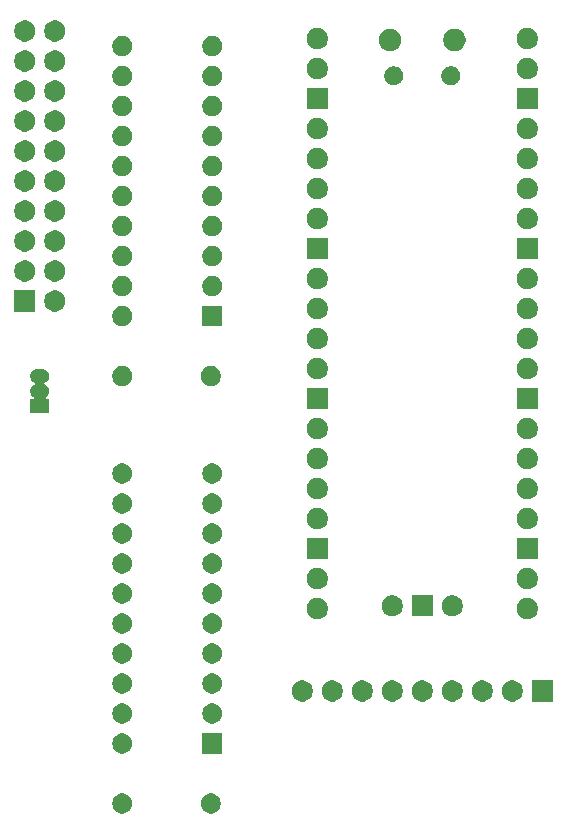
<source format=gbr>
G04 #@! TF.GenerationSoftware,KiCad,Pcbnew,5.1.5+dfsg1-2build2*
G04 #@! TF.CreationDate,2021-03-04T20:11:05+00:00*
G04 #@! TF.ProjectId,PicoMMC,5069636f-4d4d-4432-9e6b-696361645f70,rev?*
G04 #@! TF.SameCoordinates,Original*
G04 #@! TF.FileFunction,Soldermask,Bot*
G04 #@! TF.FilePolarity,Negative*
%FSLAX46Y46*%
G04 Gerber Fmt 4.6, Leading zero omitted, Abs format (unit mm)*
G04 Created by KiCad (PCBNEW 5.1.5+dfsg1-2build2) date 2021-03-04 20:11:05*
%MOMM*%
%LPD*%
G04 APERTURE LIST*
%ADD10C,0.100000*%
G04 APERTURE END LIST*
D10*
G36*
X129668228Y-135071703D02*
G01*
X129823100Y-135135853D01*
X129962481Y-135228985D01*
X130081015Y-135347519D01*
X130174147Y-135486900D01*
X130238297Y-135641772D01*
X130271000Y-135806184D01*
X130271000Y-135973816D01*
X130238297Y-136138228D01*
X130174147Y-136293100D01*
X130081015Y-136432481D01*
X129962481Y-136551015D01*
X129823100Y-136644147D01*
X129668228Y-136708297D01*
X129503816Y-136741000D01*
X129336184Y-136741000D01*
X129171772Y-136708297D01*
X129016900Y-136644147D01*
X128877519Y-136551015D01*
X128758985Y-136432481D01*
X128665853Y-136293100D01*
X128601703Y-136138228D01*
X128569000Y-135973816D01*
X128569000Y-135806184D01*
X128601703Y-135641772D01*
X128665853Y-135486900D01*
X128758985Y-135347519D01*
X128877519Y-135228985D01*
X129016900Y-135135853D01*
X129171772Y-135071703D01*
X129336184Y-135039000D01*
X129503816Y-135039000D01*
X129668228Y-135071703D01*
G37*
G36*
X122168228Y-135071703D02*
G01*
X122323100Y-135135853D01*
X122462481Y-135228985D01*
X122581015Y-135347519D01*
X122674147Y-135486900D01*
X122738297Y-135641772D01*
X122771000Y-135806184D01*
X122771000Y-135973816D01*
X122738297Y-136138228D01*
X122674147Y-136293100D01*
X122581015Y-136432481D01*
X122462481Y-136551015D01*
X122323100Y-136644147D01*
X122168228Y-136708297D01*
X122003816Y-136741000D01*
X121836184Y-136741000D01*
X121671772Y-136708297D01*
X121516900Y-136644147D01*
X121377519Y-136551015D01*
X121258985Y-136432481D01*
X121165853Y-136293100D01*
X121101703Y-136138228D01*
X121069000Y-135973816D01*
X121069000Y-135806184D01*
X121101703Y-135641772D01*
X121165853Y-135486900D01*
X121258985Y-135347519D01*
X121377519Y-135228985D01*
X121516900Y-135135853D01*
X121671772Y-135071703D01*
X121836184Y-135039000D01*
X122003816Y-135039000D01*
X122168228Y-135071703D01*
G37*
G36*
X130391000Y-131661000D02*
G01*
X128689000Y-131661000D01*
X128689000Y-129959000D01*
X130391000Y-129959000D01*
X130391000Y-131661000D01*
G37*
G36*
X122168228Y-129991703D02*
G01*
X122323100Y-130055853D01*
X122462481Y-130148985D01*
X122581015Y-130267519D01*
X122674147Y-130406900D01*
X122738297Y-130561772D01*
X122771000Y-130726184D01*
X122771000Y-130893816D01*
X122738297Y-131058228D01*
X122674147Y-131213100D01*
X122581015Y-131352481D01*
X122462481Y-131471015D01*
X122323100Y-131564147D01*
X122168228Y-131628297D01*
X122003816Y-131661000D01*
X121836184Y-131661000D01*
X121671772Y-131628297D01*
X121516900Y-131564147D01*
X121377519Y-131471015D01*
X121258985Y-131352481D01*
X121165853Y-131213100D01*
X121101703Y-131058228D01*
X121069000Y-130893816D01*
X121069000Y-130726184D01*
X121101703Y-130561772D01*
X121165853Y-130406900D01*
X121258985Y-130267519D01*
X121377519Y-130148985D01*
X121516900Y-130055853D01*
X121671772Y-129991703D01*
X121836184Y-129959000D01*
X122003816Y-129959000D01*
X122168228Y-129991703D01*
G37*
G36*
X129788228Y-127451703D02*
G01*
X129943100Y-127515853D01*
X130082481Y-127608985D01*
X130201015Y-127727519D01*
X130294147Y-127866900D01*
X130358297Y-128021772D01*
X130391000Y-128186184D01*
X130391000Y-128353816D01*
X130358297Y-128518228D01*
X130294147Y-128673100D01*
X130201015Y-128812481D01*
X130082481Y-128931015D01*
X129943100Y-129024147D01*
X129788228Y-129088297D01*
X129623816Y-129121000D01*
X129456184Y-129121000D01*
X129291772Y-129088297D01*
X129136900Y-129024147D01*
X128997519Y-128931015D01*
X128878985Y-128812481D01*
X128785853Y-128673100D01*
X128721703Y-128518228D01*
X128689000Y-128353816D01*
X128689000Y-128186184D01*
X128721703Y-128021772D01*
X128785853Y-127866900D01*
X128878985Y-127727519D01*
X128997519Y-127608985D01*
X129136900Y-127515853D01*
X129291772Y-127451703D01*
X129456184Y-127419000D01*
X129623816Y-127419000D01*
X129788228Y-127451703D01*
G37*
G36*
X122168228Y-127451703D02*
G01*
X122323100Y-127515853D01*
X122462481Y-127608985D01*
X122581015Y-127727519D01*
X122674147Y-127866900D01*
X122738297Y-128021772D01*
X122771000Y-128186184D01*
X122771000Y-128353816D01*
X122738297Y-128518228D01*
X122674147Y-128673100D01*
X122581015Y-128812481D01*
X122462481Y-128931015D01*
X122323100Y-129024147D01*
X122168228Y-129088297D01*
X122003816Y-129121000D01*
X121836184Y-129121000D01*
X121671772Y-129088297D01*
X121516900Y-129024147D01*
X121377519Y-128931015D01*
X121258985Y-128812481D01*
X121165853Y-128673100D01*
X121101703Y-128518228D01*
X121069000Y-128353816D01*
X121069000Y-128186184D01*
X121101703Y-128021772D01*
X121165853Y-127866900D01*
X121258985Y-127727519D01*
X121377519Y-127608985D01*
X121516900Y-127515853D01*
X121671772Y-127451703D01*
X121836184Y-127419000D01*
X122003816Y-127419000D01*
X122168228Y-127451703D01*
G37*
G36*
X158381000Y-127266000D02*
G01*
X156579000Y-127266000D01*
X156579000Y-125464000D01*
X158381000Y-125464000D01*
X158381000Y-127266000D01*
G37*
G36*
X155053512Y-125468927D02*
G01*
X155202812Y-125498624D01*
X155366784Y-125566544D01*
X155514354Y-125665147D01*
X155639853Y-125790646D01*
X155738456Y-125938216D01*
X155806376Y-126102188D01*
X155841000Y-126276259D01*
X155841000Y-126453741D01*
X155806376Y-126627812D01*
X155738456Y-126791784D01*
X155639853Y-126939354D01*
X155514354Y-127064853D01*
X155366784Y-127163456D01*
X155202812Y-127231376D01*
X155053512Y-127261073D01*
X155028742Y-127266000D01*
X154851258Y-127266000D01*
X154826488Y-127261073D01*
X154677188Y-127231376D01*
X154513216Y-127163456D01*
X154365646Y-127064853D01*
X154240147Y-126939354D01*
X154141544Y-126791784D01*
X154073624Y-126627812D01*
X154039000Y-126453741D01*
X154039000Y-126276259D01*
X154073624Y-126102188D01*
X154141544Y-125938216D01*
X154240147Y-125790646D01*
X154365646Y-125665147D01*
X154513216Y-125566544D01*
X154677188Y-125498624D01*
X154826488Y-125468927D01*
X154851258Y-125464000D01*
X155028742Y-125464000D01*
X155053512Y-125468927D01*
G37*
G36*
X152513512Y-125468927D02*
G01*
X152662812Y-125498624D01*
X152826784Y-125566544D01*
X152974354Y-125665147D01*
X153099853Y-125790646D01*
X153198456Y-125938216D01*
X153266376Y-126102188D01*
X153301000Y-126276259D01*
X153301000Y-126453741D01*
X153266376Y-126627812D01*
X153198456Y-126791784D01*
X153099853Y-126939354D01*
X152974354Y-127064853D01*
X152826784Y-127163456D01*
X152662812Y-127231376D01*
X152513512Y-127261073D01*
X152488742Y-127266000D01*
X152311258Y-127266000D01*
X152286488Y-127261073D01*
X152137188Y-127231376D01*
X151973216Y-127163456D01*
X151825646Y-127064853D01*
X151700147Y-126939354D01*
X151601544Y-126791784D01*
X151533624Y-126627812D01*
X151499000Y-126453741D01*
X151499000Y-126276259D01*
X151533624Y-126102188D01*
X151601544Y-125938216D01*
X151700147Y-125790646D01*
X151825646Y-125665147D01*
X151973216Y-125566544D01*
X152137188Y-125498624D01*
X152286488Y-125468927D01*
X152311258Y-125464000D01*
X152488742Y-125464000D01*
X152513512Y-125468927D01*
G37*
G36*
X149973512Y-125468927D02*
G01*
X150122812Y-125498624D01*
X150286784Y-125566544D01*
X150434354Y-125665147D01*
X150559853Y-125790646D01*
X150658456Y-125938216D01*
X150726376Y-126102188D01*
X150761000Y-126276259D01*
X150761000Y-126453741D01*
X150726376Y-126627812D01*
X150658456Y-126791784D01*
X150559853Y-126939354D01*
X150434354Y-127064853D01*
X150286784Y-127163456D01*
X150122812Y-127231376D01*
X149973512Y-127261073D01*
X149948742Y-127266000D01*
X149771258Y-127266000D01*
X149746488Y-127261073D01*
X149597188Y-127231376D01*
X149433216Y-127163456D01*
X149285646Y-127064853D01*
X149160147Y-126939354D01*
X149061544Y-126791784D01*
X148993624Y-126627812D01*
X148959000Y-126453741D01*
X148959000Y-126276259D01*
X148993624Y-126102188D01*
X149061544Y-125938216D01*
X149160147Y-125790646D01*
X149285646Y-125665147D01*
X149433216Y-125566544D01*
X149597188Y-125498624D01*
X149746488Y-125468927D01*
X149771258Y-125464000D01*
X149948742Y-125464000D01*
X149973512Y-125468927D01*
G37*
G36*
X147433512Y-125468927D02*
G01*
X147582812Y-125498624D01*
X147746784Y-125566544D01*
X147894354Y-125665147D01*
X148019853Y-125790646D01*
X148118456Y-125938216D01*
X148186376Y-126102188D01*
X148221000Y-126276259D01*
X148221000Y-126453741D01*
X148186376Y-126627812D01*
X148118456Y-126791784D01*
X148019853Y-126939354D01*
X147894354Y-127064853D01*
X147746784Y-127163456D01*
X147582812Y-127231376D01*
X147433512Y-127261073D01*
X147408742Y-127266000D01*
X147231258Y-127266000D01*
X147206488Y-127261073D01*
X147057188Y-127231376D01*
X146893216Y-127163456D01*
X146745646Y-127064853D01*
X146620147Y-126939354D01*
X146521544Y-126791784D01*
X146453624Y-126627812D01*
X146419000Y-126453741D01*
X146419000Y-126276259D01*
X146453624Y-126102188D01*
X146521544Y-125938216D01*
X146620147Y-125790646D01*
X146745646Y-125665147D01*
X146893216Y-125566544D01*
X147057188Y-125498624D01*
X147206488Y-125468927D01*
X147231258Y-125464000D01*
X147408742Y-125464000D01*
X147433512Y-125468927D01*
G37*
G36*
X144893512Y-125468927D02*
G01*
X145042812Y-125498624D01*
X145206784Y-125566544D01*
X145354354Y-125665147D01*
X145479853Y-125790646D01*
X145578456Y-125938216D01*
X145646376Y-126102188D01*
X145681000Y-126276259D01*
X145681000Y-126453741D01*
X145646376Y-126627812D01*
X145578456Y-126791784D01*
X145479853Y-126939354D01*
X145354354Y-127064853D01*
X145206784Y-127163456D01*
X145042812Y-127231376D01*
X144893512Y-127261073D01*
X144868742Y-127266000D01*
X144691258Y-127266000D01*
X144666488Y-127261073D01*
X144517188Y-127231376D01*
X144353216Y-127163456D01*
X144205646Y-127064853D01*
X144080147Y-126939354D01*
X143981544Y-126791784D01*
X143913624Y-126627812D01*
X143879000Y-126453741D01*
X143879000Y-126276259D01*
X143913624Y-126102188D01*
X143981544Y-125938216D01*
X144080147Y-125790646D01*
X144205646Y-125665147D01*
X144353216Y-125566544D01*
X144517188Y-125498624D01*
X144666488Y-125468927D01*
X144691258Y-125464000D01*
X144868742Y-125464000D01*
X144893512Y-125468927D01*
G37*
G36*
X142353512Y-125468927D02*
G01*
X142502812Y-125498624D01*
X142666784Y-125566544D01*
X142814354Y-125665147D01*
X142939853Y-125790646D01*
X143038456Y-125938216D01*
X143106376Y-126102188D01*
X143141000Y-126276259D01*
X143141000Y-126453741D01*
X143106376Y-126627812D01*
X143038456Y-126791784D01*
X142939853Y-126939354D01*
X142814354Y-127064853D01*
X142666784Y-127163456D01*
X142502812Y-127231376D01*
X142353512Y-127261073D01*
X142328742Y-127266000D01*
X142151258Y-127266000D01*
X142126488Y-127261073D01*
X141977188Y-127231376D01*
X141813216Y-127163456D01*
X141665646Y-127064853D01*
X141540147Y-126939354D01*
X141441544Y-126791784D01*
X141373624Y-126627812D01*
X141339000Y-126453741D01*
X141339000Y-126276259D01*
X141373624Y-126102188D01*
X141441544Y-125938216D01*
X141540147Y-125790646D01*
X141665646Y-125665147D01*
X141813216Y-125566544D01*
X141977188Y-125498624D01*
X142126488Y-125468927D01*
X142151258Y-125464000D01*
X142328742Y-125464000D01*
X142353512Y-125468927D01*
G37*
G36*
X139813512Y-125468927D02*
G01*
X139962812Y-125498624D01*
X140126784Y-125566544D01*
X140274354Y-125665147D01*
X140399853Y-125790646D01*
X140498456Y-125938216D01*
X140566376Y-126102188D01*
X140601000Y-126276259D01*
X140601000Y-126453741D01*
X140566376Y-126627812D01*
X140498456Y-126791784D01*
X140399853Y-126939354D01*
X140274354Y-127064853D01*
X140126784Y-127163456D01*
X139962812Y-127231376D01*
X139813512Y-127261073D01*
X139788742Y-127266000D01*
X139611258Y-127266000D01*
X139586488Y-127261073D01*
X139437188Y-127231376D01*
X139273216Y-127163456D01*
X139125646Y-127064853D01*
X139000147Y-126939354D01*
X138901544Y-126791784D01*
X138833624Y-126627812D01*
X138799000Y-126453741D01*
X138799000Y-126276259D01*
X138833624Y-126102188D01*
X138901544Y-125938216D01*
X139000147Y-125790646D01*
X139125646Y-125665147D01*
X139273216Y-125566544D01*
X139437188Y-125498624D01*
X139586488Y-125468927D01*
X139611258Y-125464000D01*
X139788742Y-125464000D01*
X139813512Y-125468927D01*
G37*
G36*
X137273512Y-125468927D02*
G01*
X137422812Y-125498624D01*
X137586784Y-125566544D01*
X137734354Y-125665147D01*
X137859853Y-125790646D01*
X137958456Y-125938216D01*
X138026376Y-126102188D01*
X138061000Y-126276259D01*
X138061000Y-126453741D01*
X138026376Y-126627812D01*
X137958456Y-126791784D01*
X137859853Y-126939354D01*
X137734354Y-127064853D01*
X137586784Y-127163456D01*
X137422812Y-127231376D01*
X137273512Y-127261073D01*
X137248742Y-127266000D01*
X137071258Y-127266000D01*
X137046488Y-127261073D01*
X136897188Y-127231376D01*
X136733216Y-127163456D01*
X136585646Y-127064853D01*
X136460147Y-126939354D01*
X136361544Y-126791784D01*
X136293624Y-126627812D01*
X136259000Y-126453741D01*
X136259000Y-126276259D01*
X136293624Y-126102188D01*
X136361544Y-125938216D01*
X136460147Y-125790646D01*
X136585646Y-125665147D01*
X136733216Y-125566544D01*
X136897188Y-125498624D01*
X137046488Y-125468927D01*
X137071258Y-125464000D01*
X137248742Y-125464000D01*
X137273512Y-125468927D01*
G37*
G36*
X129788228Y-124911703D02*
G01*
X129943100Y-124975853D01*
X130082481Y-125068985D01*
X130201015Y-125187519D01*
X130294147Y-125326900D01*
X130358297Y-125481772D01*
X130391000Y-125646184D01*
X130391000Y-125813816D01*
X130358297Y-125978228D01*
X130294147Y-126133100D01*
X130201015Y-126272481D01*
X130082481Y-126391015D01*
X129943100Y-126484147D01*
X129788228Y-126548297D01*
X129623816Y-126581000D01*
X129456184Y-126581000D01*
X129291772Y-126548297D01*
X129136900Y-126484147D01*
X128997519Y-126391015D01*
X128878985Y-126272481D01*
X128785853Y-126133100D01*
X128721703Y-125978228D01*
X128689000Y-125813816D01*
X128689000Y-125646184D01*
X128721703Y-125481772D01*
X128785853Y-125326900D01*
X128878985Y-125187519D01*
X128997519Y-125068985D01*
X129136900Y-124975853D01*
X129291772Y-124911703D01*
X129456184Y-124879000D01*
X129623816Y-124879000D01*
X129788228Y-124911703D01*
G37*
G36*
X122168228Y-124911703D02*
G01*
X122323100Y-124975853D01*
X122462481Y-125068985D01*
X122581015Y-125187519D01*
X122674147Y-125326900D01*
X122738297Y-125481772D01*
X122771000Y-125646184D01*
X122771000Y-125813816D01*
X122738297Y-125978228D01*
X122674147Y-126133100D01*
X122581015Y-126272481D01*
X122462481Y-126391015D01*
X122323100Y-126484147D01*
X122168228Y-126548297D01*
X122003816Y-126581000D01*
X121836184Y-126581000D01*
X121671772Y-126548297D01*
X121516900Y-126484147D01*
X121377519Y-126391015D01*
X121258985Y-126272481D01*
X121165853Y-126133100D01*
X121101703Y-125978228D01*
X121069000Y-125813816D01*
X121069000Y-125646184D01*
X121101703Y-125481772D01*
X121165853Y-125326900D01*
X121258985Y-125187519D01*
X121377519Y-125068985D01*
X121516900Y-124975853D01*
X121671772Y-124911703D01*
X121836184Y-124879000D01*
X122003816Y-124879000D01*
X122168228Y-124911703D01*
G37*
G36*
X129788228Y-122371703D02*
G01*
X129943100Y-122435853D01*
X130082481Y-122528985D01*
X130201015Y-122647519D01*
X130294147Y-122786900D01*
X130358297Y-122941772D01*
X130391000Y-123106184D01*
X130391000Y-123273816D01*
X130358297Y-123438228D01*
X130294147Y-123593100D01*
X130201015Y-123732481D01*
X130082481Y-123851015D01*
X129943100Y-123944147D01*
X129788228Y-124008297D01*
X129623816Y-124041000D01*
X129456184Y-124041000D01*
X129291772Y-124008297D01*
X129136900Y-123944147D01*
X128997519Y-123851015D01*
X128878985Y-123732481D01*
X128785853Y-123593100D01*
X128721703Y-123438228D01*
X128689000Y-123273816D01*
X128689000Y-123106184D01*
X128721703Y-122941772D01*
X128785853Y-122786900D01*
X128878985Y-122647519D01*
X128997519Y-122528985D01*
X129136900Y-122435853D01*
X129291772Y-122371703D01*
X129456184Y-122339000D01*
X129623816Y-122339000D01*
X129788228Y-122371703D01*
G37*
G36*
X122168228Y-122371703D02*
G01*
X122323100Y-122435853D01*
X122462481Y-122528985D01*
X122581015Y-122647519D01*
X122674147Y-122786900D01*
X122738297Y-122941772D01*
X122771000Y-123106184D01*
X122771000Y-123273816D01*
X122738297Y-123438228D01*
X122674147Y-123593100D01*
X122581015Y-123732481D01*
X122462481Y-123851015D01*
X122323100Y-123944147D01*
X122168228Y-124008297D01*
X122003816Y-124041000D01*
X121836184Y-124041000D01*
X121671772Y-124008297D01*
X121516900Y-123944147D01*
X121377519Y-123851015D01*
X121258985Y-123732481D01*
X121165853Y-123593100D01*
X121101703Y-123438228D01*
X121069000Y-123273816D01*
X121069000Y-123106184D01*
X121101703Y-122941772D01*
X121165853Y-122786900D01*
X121258985Y-122647519D01*
X121377519Y-122528985D01*
X121516900Y-122435853D01*
X121671772Y-122371703D01*
X121836184Y-122339000D01*
X122003816Y-122339000D01*
X122168228Y-122371703D01*
G37*
G36*
X122168228Y-119831703D02*
G01*
X122323100Y-119895853D01*
X122462481Y-119988985D01*
X122581015Y-120107519D01*
X122674147Y-120246900D01*
X122738297Y-120401772D01*
X122771000Y-120566184D01*
X122771000Y-120733816D01*
X122738297Y-120898228D01*
X122674147Y-121053100D01*
X122581015Y-121192481D01*
X122462481Y-121311015D01*
X122323100Y-121404147D01*
X122168228Y-121468297D01*
X122003816Y-121501000D01*
X121836184Y-121501000D01*
X121671772Y-121468297D01*
X121516900Y-121404147D01*
X121377519Y-121311015D01*
X121258985Y-121192481D01*
X121165853Y-121053100D01*
X121101703Y-120898228D01*
X121069000Y-120733816D01*
X121069000Y-120566184D01*
X121101703Y-120401772D01*
X121165853Y-120246900D01*
X121258985Y-120107519D01*
X121377519Y-119988985D01*
X121516900Y-119895853D01*
X121671772Y-119831703D01*
X121836184Y-119799000D01*
X122003816Y-119799000D01*
X122168228Y-119831703D01*
G37*
G36*
X129788228Y-119831703D02*
G01*
X129943100Y-119895853D01*
X130082481Y-119988985D01*
X130201015Y-120107519D01*
X130294147Y-120246900D01*
X130358297Y-120401772D01*
X130391000Y-120566184D01*
X130391000Y-120733816D01*
X130358297Y-120898228D01*
X130294147Y-121053100D01*
X130201015Y-121192481D01*
X130082481Y-121311015D01*
X129943100Y-121404147D01*
X129788228Y-121468297D01*
X129623816Y-121501000D01*
X129456184Y-121501000D01*
X129291772Y-121468297D01*
X129136900Y-121404147D01*
X128997519Y-121311015D01*
X128878985Y-121192481D01*
X128785853Y-121053100D01*
X128721703Y-120898228D01*
X128689000Y-120733816D01*
X128689000Y-120566184D01*
X128721703Y-120401772D01*
X128785853Y-120246900D01*
X128878985Y-120107519D01*
X128997519Y-119988985D01*
X129136900Y-119895853D01*
X129291772Y-119831703D01*
X129456184Y-119799000D01*
X129623816Y-119799000D01*
X129788228Y-119831703D01*
G37*
G36*
X156323512Y-118483927D02*
G01*
X156472812Y-118513624D01*
X156636784Y-118581544D01*
X156784354Y-118680147D01*
X156909853Y-118805646D01*
X157008456Y-118953216D01*
X157076376Y-119117188D01*
X157111000Y-119291259D01*
X157111000Y-119468741D01*
X157076376Y-119642812D01*
X157008456Y-119806784D01*
X156909853Y-119954354D01*
X156784354Y-120079853D01*
X156636784Y-120178456D01*
X156472812Y-120246376D01*
X156323512Y-120276073D01*
X156298742Y-120281000D01*
X156121258Y-120281000D01*
X156096488Y-120276073D01*
X155947188Y-120246376D01*
X155783216Y-120178456D01*
X155635646Y-120079853D01*
X155510147Y-119954354D01*
X155411544Y-119806784D01*
X155343624Y-119642812D01*
X155309000Y-119468741D01*
X155309000Y-119291259D01*
X155343624Y-119117188D01*
X155411544Y-118953216D01*
X155510147Y-118805646D01*
X155635646Y-118680147D01*
X155783216Y-118581544D01*
X155947188Y-118513624D01*
X156096488Y-118483927D01*
X156121258Y-118479000D01*
X156298742Y-118479000D01*
X156323512Y-118483927D01*
G37*
G36*
X138543512Y-118483927D02*
G01*
X138692812Y-118513624D01*
X138856784Y-118581544D01*
X139004354Y-118680147D01*
X139129853Y-118805646D01*
X139228456Y-118953216D01*
X139296376Y-119117188D01*
X139331000Y-119291259D01*
X139331000Y-119468741D01*
X139296376Y-119642812D01*
X139228456Y-119806784D01*
X139129853Y-119954354D01*
X139004354Y-120079853D01*
X138856784Y-120178456D01*
X138692812Y-120246376D01*
X138543512Y-120276073D01*
X138518742Y-120281000D01*
X138341258Y-120281000D01*
X138316488Y-120276073D01*
X138167188Y-120246376D01*
X138003216Y-120178456D01*
X137855646Y-120079853D01*
X137730147Y-119954354D01*
X137631544Y-119806784D01*
X137563624Y-119642812D01*
X137529000Y-119468741D01*
X137529000Y-119291259D01*
X137563624Y-119117188D01*
X137631544Y-118953216D01*
X137730147Y-118805646D01*
X137855646Y-118680147D01*
X138003216Y-118581544D01*
X138167188Y-118513624D01*
X138316488Y-118483927D01*
X138341258Y-118479000D01*
X138518742Y-118479000D01*
X138543512Y-118483927D01*
G37*
G36*
X144893512Y-118253927D02*
G01*
X145042812Y-118283624D01*
X145206784Y-118351544D01*
X145354354Y-118450147D01*
X145479853Y-118575646D01*
X145578456Y-118723216D01*
X145646376Y-118887188D01*
X145681000Y-119061259D01*
X145681000Y-119238741D01*
X145646376Y-119412812D01*
X145578456Y-119576784D01*
X145479853Y-119724354D01*
X145354354Y-119849853D01*
X145206784Y-119948456D01*
X145042812Y-120016376D01*
X144893512Y-120046073D01*
X144868742Y-120051000D01*
X144691258Y-120051000D01*
X144666488Y-120046073D01*
X144517188Y-120016376D01*
X144353216Y-119948456D01*
X144205646Y-119849853D01*
X144080147Y-119724354D01*
X143981544Y-119576784D01*
X143913624Y-119412812D01*
X143879000Y-119238741D01*
X143879000Y-119061259D01*
X143913624Y-118887188D01*
X143981544Y-118723216D01*
X144080147Y-118575646D01*
X144205646Y-118450147D01*
X144353216Y-118351544D01*
X144517188Y-118283624D01*
X144666488Y-118253927D01*
X144691258Y-118249000D01*
X144868742Y-118249000D01*
X144893512Y-118253927D01*
G37*
G36*
X148221000Y-120051000D02*
G01*
X146419000Y-120051000D01*
X146419000Y-118249000D01*
X148221000Y-118249000D01*
X148221000Y-120051000D01*
G37*
G36*
X149973512Y-118253927D02*
G01*
X150122812Y-118283624D01*
X150286784Y-118351544D01*
X150434354Y-118450147D01*
X150559853Y-118575646D01*
X150658456Y-118723216D01*
X150726376Y-118887188D01*
X150761000Y-119061259D01*
X150761000Y-119238741D01*
X150726376Y-119412812D01*
X150658456Y-119576784D01*
X150559853Y-119724354D01*
X150434354Y-119849853D01*
X150286784Y-119948456D01*
X150122812Y-120016376D01*
X149973512Y-120046073D01*
X149948742Y-120051000D01*
X149771258Y-120051000D01*
X149746488Y-120046073D01*
X149597188Y-120016376D01*
X149433216Y-119948456D01*
X149285646Y-119849853D01*
X149160147Y-119724354D01*
X149061544Y-119576784D01*
X148993624Y-119412812D01*
X148959000Y-119238741D01*
X148959000Y-119061259D01*
X148993624Y-118887188D01*
X149061544Y-118723216D01*
X149160147Y-118575646D01*
X149285646Y-118450147D01*
X149433216Y-118351544D01*
X149597188Y-118283624D01*
X149746488Y-118253927D01*
X149771258Y-118249000D01*
X149948742Y-118249000D01*
X149973512Y-118253927D01*
G37*
G36*
X122168228Y-117291703D02*
G01*
X122323100Y-117355853D01*
X122462481Y-117448985D01*
X122581015Y-117567519D01*
X122674147Y-117706900D01*
X122738297Y-117861772D01*
X122771000Y-118026184D01*
X122771000Y-118193816D01*
X122738297Y-118358228D01*
X122674147Y-118513100D01*
X122581015Y-118652481D01*
X122462481Y-118771015D01*
X122323100Y-118864147D01*
X122168228Y-118928297D01*
X122003816Y-118961000D01*
X121836184Y-118961000D01*
X121671772Y-118928297D01*
X121516900Y-118864147D01*
X121377519Y-118771015D01*
X121258985Y-118652481D01*
X121165853Y-118513100D01*
X121101703Y-118358228D01*
X121069000Y-118193816D01*
X121069000Y-118026184D01*
X121101703Y-117861772D01*
X121165853Y-117706900D01*
X121258985Y-117567519D01*
X121377519Y-117448985D01*
X121516900Y-117355853D01*
X121671772Y-117291703D01*
X121836184Y-117259000D01*
X122003816Y-117259000D01*
X122168228Y-117291703D01*
G37*
G36*
X129788228Y-117291703D02*
G01*
X129943100Y-117355853D01*
X130082481Y-117448985D01*
X130201015Y-117567519D01*
X130294147Y-117706900D01*
X130358297Y-117861772D01*
X130391000Y-118026184D01*
X130391000Y-118193816D01*
X130358297Y-118358228D01*
X130294147Y-118513100D01*
X130201015Y-118652481D01*
X130082481Y-118771015D01*
X129943100Y-118864147D01*
X129788228Y-118928297D01*
X129623816Y-118961000D01*
X129456184Y-118961000D01*
X129291772Y-118928297D01*
X129136900Y-118864147D01*
X128997519Y-118771015D01*
X128878985Y-118652481D01*
X128785853Y-118513100D01*
X128721703Y-118358228D01*
X128689000Y-118193816D01*
X128689000Y-118026184D01*
X128721703Y-117861772D01*
X128785853Y-117706900D01*
X128878985Y-117567519D01*
X128997519Y-117448985D01*
X129136900Y-117355853D01*
X129291772Y-117291703D01*
X129456184Y-117259000D01*
X129623816Y-117259000D01*
X129788228Y-117291703D01*
G37*
G36*
X156323512Y-115943927D02*
G01*
X156472812Y-115973624D01*
X156636784Y-116041544D01*
X156784354Y-116140147D01*
X156909853Y-116265646D01*
X157008456Y-116413216D01*
X157076376Y-116577188D01*
X157111000Y-116751259D01*
X157111000Y-116928741D01*
X157076376Y-117102812D01*
X157008456Y-117266784D01*
X156909853Y-117414354D01*
X156784354Y-117539853D01*
X156636784Y-117638456D01*
X156472812Y-117706376D01*
X156323512Y-117736073D01*
X156298742Y-117741000D01*
X156121258Y-117741000D01*
X156096488Y-117736073D01*
X155947188Y-117706376D01*
X155783216Y-117638456D01*
X155635646Y-117539853D01*
X155510147Y-117414354D01*
X155411544Y-117266784D01*
X155343624Y-117102812D01*
X155309000Y-116928741D01*
X155309000Y-116751259D01*
X155343624Y-116577188D01*
X155411544Y-116413216D01*
X155510147Y-116265646D01*
X155635646Y-116140147D01*
X155783216Y-116041544D01*
X155947188Y-115973624D01*
X156096488Y-115943927D01*
X156121258Y-115939000D01*
X156298742Y-115939000D01*
X156323512Y-115943927D01*
G37*
G36*
X138543512Y-115943927D02*
G01*
X138692812Y-115973624D01*
X138856784Y-116041544D01*
X139004354Y-116140147D01*
X139129853Y-116265646D01*
X139228456Y-116413216D01*
X139296376Y-116577188D01*
X139331000Y-116751259D01*
X139331000Y-116928741D01*
X139296376Y-117102812D01*
X139228456Y-117266784D01*
X139129853Y-117414354D01*
X139004354Y-117539853D01*
X138856784Y-117638456D01*
X138692812Y-117706376D01*
X138543512Y-117736073D01*
X138518742Y-117741000D01*
X138341258Y-117741000D01*
X138316488Y-117736073D01*
X138167188Y-117706376D01*
X138003216Y-117638456D01*
X137855646Y-117539853D01*
X137730147Y-117414354D01*
X137631544Y-117266784D01*
X137563624Y-117102812D01*
X137529000Y-116928741D01*
X137529000Y-116751259D01*
X137563624Y-116577188D01*
X137631544Y-116413216D01*
X137730147Y-116265646D01*
X137855646Y-116140147D01*
X138003216Y-116041544D01*
X138167188Y-115973624D01*
X138316488Y-115943927D01*
X138341258Y-115939000D01*
X138518742Y-115939000D01*
X138543512Y-115943927D01*
G37*
G36*
X129788228Y-114751703D02*
G01*
X129943100Y-114815853D01*
X130082481Y-114908985D01*
X130201015Y-115027519D01*
X130294147Y-115166900D01*
X130358297Y-115321772D01*
X130391000Y-115486184D01*
X130391000Y-115653816D01*
X130358297Y-115818228D01*
X130294147Y-115973100D01*
X130201015Y-116112481D01*
X130082481Y-116231015D01*
X129943100Y-116324147D01*
X129788228Y-116388297D01*
X129623816Y-116421000D01*
X129456184Y-116421000D01*
X129291772Y-116388297D01*
X129136900Y-116324147D01*
X128997519Y-116231015D01*
X128878985Y-116112481D01*
X128785853Y-115973100D01*
X128721703Y-115818228D01*
X128689000Y-115653816D01*
X128689000Y-115486184D01*
X128721703Y-115321772D01*
X128785853Y-115166900D01*
X128878985Y-115027519D01*
X128997519Y-114908985D01*
X129136900Y-114815853D01*
X129291772Y-114751703D01*
X129456184Y-114719000D01*
X129623816Y-114719000D01*
X129788228Y-114751703D01*
G37*
G36*
X122168228Y-114751703D02*
G01*
X122323100Y-114815853D01*
X122462481Y-114908985D01*
X122581015Y-115027519D01*
X122674147Y-115166900D01*
X122738297Y-115321772D01*
X122771000Y-115486184D01*
X122771000Y-115653816D01*
X122738297Y-115818228D01*
X122674147Y-115973100D01*
X122581015Y-116112481D01*
X122462481Y-116231015D01*
X122323100Y-116324147D01*
X122168228Y-116388297D01*
X122003816Y-116421000D01*
X121836184Y-116421000D01*
X121671772Y-116388297D01*
X121516900Y-116324147D01*
X121377519Y-116231015D01*
X121258985Y-116112481D01*
X121165853Y-115973100D01*
X121101703Y-115818228D01*
X121069000Y-115653816D01*
X121069000Y-115486184D01*
X121101703Y-115321772D01*
X121165853Y-115166900D01*
X121258985Y-115027519D01*
X121377519Y-114908985D01*
X121516900Y-114815853D01*
X121671772Y-114751703D01*
X121836184Y-114719000D01*
X122003816Y-114719000D01*
X122168228Y-114751703D01*
G37*
G36*
X157111000Y-115201000D02*
G01*
X155309000Y-115201000D01*
X155309000Y-113399000D01*
X157111000Y-113399000D01*
X157111000Y-115201000D01*
G37*
G36*
X139331000Y-115201000D02*
G01*
X137529000Y-115201000D01*
X137529000Y-113399000D01*
X139331000Y-113399000D01*
X139331000Y-115201000D01*
G37*
G36*
X129788228Y-112211703D02*
G01*
X129943100Y-112275853D01*
X130082481Y-112368985D01*
X130201015Y-112487519D01*
X130294147Y-112626900D01*
X130358297Y-112781772D01*
X130391000Y-112946184D01*
X130391000Y-113113816D01*
X130358297Y-113278228D01*
X130294147Y-113433100D01*
X130201015Y-113572481D01*
X130082481Y-113691015D01*
X129943100Y-113784147D01*
X129788228Y-113848297D01*
X129623816Y-113881000D01*
X129456184Y-113881000D01*
X129291772Y-113848297D01*
X129136900Y-113784147D01*
X128997519Y-113691015D01*
X128878985Y-113572481D01*
X128785853Y-113433100D01*
X128721703Y-113278228D01*
X128689000Y-113113816D01*
X128689000Y-112946184D01*
X128721703Y-112781772D01*
X128785853Y-112626900D01*
X128878985Y-112487519D01*
X128997519Y-112368985D01*
X129136900Y-112275853D01*
X129291772Y-112211703D01*
X129456184Y-112179000D01*
X129623816Y-112179000D01*
X129788228Y-112211703D01*
G37*
G36*
X122168228Y-112211703D02*
G01*
X122323100Y-112275853D01*
X122462481Y-112368985D01*
X122581015Y-112487519D01*
X122674147Y-112626900D01*
X122738297Y-112781772D01*
X122771000Y-112946184D01*
X122771000Y-113113816D01*
X122738297Y-113278228D01*
X122674147Y-113433100D01*
X122581015Y-113572481D01*
X122462481Y-113691015D01*
X122323100Y-113784147D01*
X122168228Y-113848297D01*
X122003816Y-113881000D01*
X121836184Y-113881000D01*
X121671772Y-113848297D01*
X121516900Y-113784147D01*
X121377519Y-113691015D01*
X121258985Y-113572481D01*
X121165853Y-113433100D01*
X121101703Y-113278228D01*
X121069000Y-113113816D01*
X121069000Y-112946184D01*
X121101703Y-112781772D01*
X121165853Y-112626900D01*
X121258985Y-112487519D01*
X121377519Y-112368985D01*
X121516900Y-112275853D01*
X121671772Y-112211703D01*
X121836184Y-112179000D01*
X122003816Y-112179000D01*
X122168228Y-112211703D01*
G37*
G36*
X156323512Y-110863927D02*
G01*
X156472812Y-110893624D01*
X156636784Y-110961544D01*
X156784354Y-111060147D01*
X156909853Y-111185646D01*
X157008456Y-111333216D01*
X157076376Y-111497188D01*
X157111000Y-111671259D01*
X157111000Y-111848741D01*
X157076376Y-112022812D01*
X157008456Y-112186784D01*
X156909853Y-112334354D01*
X156784354Y-112459853D01*
X156636784Y-112558456D01*
X156472812Y-112626376D01*
X156323512Y-112656073D01*
X156298742Y-112661000D01*
X156121258Y-112661000D01*
X156096488Y-112656073D01*
X155947188Y-112626376D01*
X155783216Y-112558456D01*
X155635646Y-112459853D01*
X155510147Y-112334354D01*
X155411544Y-112186784D01*
X155343624Y-112022812D01*
X155309000Y-111848741D01*
X155309000Y-111671259D01*
X155343624Y-111497188D01*
X155411544Y-111333216D01*
X155510147Y-111185646D01*
X155635646Y-111060147D01*
X155783216Y-110961544D01*
X155947188Y-110893624D01*
X156096488Y-110863927D01*
X156121258Y-110859000D01*
X156298742Y-110859000D01*
X156323512Y-110863927D01*
G37*
G36*
X138543512Y-110863927D02*
G01*
X138692812Y-110893624D01*
X138856784Y-110961544D01*
X139004354Y-111060147D01*
X139129853Y-111185646D01*
X139228456Y-111333216D01*
X139296376Y-111497188D01*
X139331000Y-111671259D01*
X139331000Y-111848741D01*
X139296376Y-112022812D01*
X139228456Y-112186784D01*
X139129853Y-112334354D01*
X139004354Y-112459853D01*
X138856784Y-112558456D01*
X138692812Y-112626376D01*
X138543512Y-112656073D01*
X138518742Y-112661000D01*
X138341258Y-112661000D01*
X138316488Y-112656073D01*
X138167188Y-112626376D01*
X138003216Y-112558456D01*
X137855646Y-112459853D01*
X137730147Y-112334354D01*
X137631544Y-112186784D01*
X137563624Y-112022812D01*
X137529000Y-111848741D01*
X137529000Y-111671259D01*
X137563624Y-111497188D01*
X137631544Y-111333216D01*
X137730147Y-111185646D01*
X137855646Y-111060147D01*
X138003216Y-110961544D01*
X138167188Y-110893624D01*
X138316488Y-110863927D01*
X138341258Y-110859000D01*
X138518742Y-110859000D01*
X138543512Y-110863927D01*
G37*
G36*
X129788228Y-109671703D02*
G01*
X129943100Y-109735853D01*
X130082481Y-109828985D01*
X130201015Y-109947519D01*
X130294147Y-110086900D01*
X130358297Y-110241772D01*
X130391000Y-110406184D01*
X130391000Y-110573816D01*
X130358297Y-110738228D01*
X130294147Y-110893100D01*
X130201015Y-111032481D01*
X130082481Y-111151015D01*
X129943100Y-111244147D01*
X129788228Y-111308297D01*
X129623816Y-111341000D01*
X129456184Y-111341000D01*
X129291772Y-111308297D01*
X129136900Y-111244147D01*
X128997519Y-111151015D01*
X128878985Y-111032481D01*
X128785853Y-110893100D01*
X128721703Y-110738228D01*
X128689000Y-110573816D01*
X128689000Y-110406184D01*
X128721703Y-110241772D01*
X128785853Y-110086900D01*
X128878985Y-109947519D01*
X128997519Y-109828985D01*
X129136900Y-109735853D01*
X129291772Y-109671703D01*
X129456184Y-109639000D01*
X129623816Y-109639000D01*
X129788228Y-109671703D01*
G37*
G36*
X122168228Y-109671703D02*
G01*
X122323100Y-109735853D01*
X122462481Y-109828985D01*
X122581015Y-109947519D01*
X122674147Y-110086900D01*
X122738297Y-110241772D01*
X122771000Y-110406184D01*
X122771000Y-110573816D01*
X122738297Y-110738228D01*
X122674147Y-110893100D01*
X122581015Y-111032481D01*
X122462481Y-111151015D01*
X122323100Y-111244147D01*
X122168228Y-111308297D01*
X122003816Y-111341000D01*
X121836184Y-111341000D01*
X121671772Y-111308297D01*
X121516900Y-111244147D01*
X121377519Y-111151015D01*
X121258985Y-111032481D01*
X121165853Y-110893100D01*
X121101703Y-110738228D01*
X121069000Y-110573816D01*
X121069000Y-110406184D01*
X121101703Y-110241772D01*
X121165853Y-110086900D01*
X121258985Y-109947519D01*
X121377519Y-109828985D01*
X121516900Y-109735853D01*
X121671772Y-109671703D01*
X121836184Y-109639000D01*
X122003816Y-109639000D01*
X122168228Y-109671703D01*
G37*
G36*
X156323512Y-108323927D02*
G01*
X156472812Y-108353624D01*
X156636784Y-108421544D01*
X156784354Y-108520147D01*
X156909853Y-108645646D01*
X157008456Y-108793216D01*
X157076376Y-108957188D01*
X157111000Y-109131259D01*
X157111000Y-109308741D01*
X157076376Y-109482812D01*
X157008456Y-109646784D01*
X156909853Y-109794354D01*
X156784354Y-109919853D01*
X156636784Y-110018456D01*
X156472812Y-110086376D01*
X156323512Y-110116073D01*
X156298742Y-110121000D01*
X156121258Y-110121000D01*
X156096488Y-110116073D01*
X155947188Y-110086376D01*
X155783216Y-110018456D01*
X155635646Y-109919853D01*
X155510147Y-109794354D01*
X155411544Y-109646784D01*
X155343624Y-109482812D01*
X155309000Y-109308741D01*
X155309000Y-109131259D01*
X155343624Y-108957188D01*
X155411544Y-108793216D01*
X155510147Y-108645646D01*
X155635646Y-108520147D01*
X155783216Y-108421544D01*
X155947188Y-108353624D01*
X156096488Y-108323927D01*
X156121258Y-108319000D01*
X156298742Y-108319000D01*
X156323512Y-108323927D01*
G37*
G36*
X138543512Y-108323927D02*
G01*
X138692812Y-108353624D01*
X138856784Y-108421544D01*
X139004354Y-108520147D01*
X139129853Y-108645646D01*
X139228456Y-108793216D01*
X139296376Y-108957188D01*
X139331000Y-109131259D01*
X139331000Y-109308741D01*
X139296376Y-109482812D01*
X139228456Y-109646784D01*
X139129853Y-109794354D01*
X139004354Y-109919853D01*
X138856784Y-110018456D01*
X138692812Y-110086376D01*
X138543512Y-110116073D01*
X138518742Y-110121000D01*
X138341258Y-110121000D01*
X138316488Y-110116073D01*
X138167188Y-110086376D01*
X138003216Y-110018456D01*
X137855646Y-109919853D01*
X137730147Y-109794354D01*
X137631544Y-109646784D01*
X137563624Y-109482812D01*
X137529000Y-109308741D01*
X137529000Y-109131259D01*
X137563624Y-108957188D01*
X137631544Y-108793216D01*
X137730147Y-108645646D01*
X137855646Y-108520147D01*
X138003216Y-108421544D01*
X138167188Y-108353624D01*
X138316488Y-108323927D01*
X138341258Y-108319000D01*
X138518742Y-108319000D01*
X138543512Y-108323927D01*
G37*
G36*
X129788228Y-107131703D02*
G01*
X129943100Y-107195853D01*
X130082481Y-107288985D01*
X130201015Y-107407519D01*
X130294147Y-107546900D01*
X130358297Y-107701772D01*
X130391000Y-107866184D01*
X130391000Y-108033816D01*
X130358297Y-108198228D01*
X130294147Y-108353100D01*
X130201015Y-108492481D01*
X130082481Y-108611015D01*
X129943100Y-108704147D01*
X129788228Y-108768297D01*
X129623816Y-108801000D01*
X129456184Y-108801000D01*
X129291772Y-108768297D01*
X129136900Y-108704147D01*
X128997519Y-108611015D01*
X128878985Y-108492481D01*
X128785853Y-108353100D01*
X128721703Y-108198228D01*
X128689000Y-108033816D01*
X128689000Y-107866184D01*
X128721703Y-107701772D01*
X128785853Y-107546900D01*
X128878985Y-107407519D01*
X128997519Y-107288985D01*
X129136900Y-107195853D01*
X129291772Y-107131703D01*
X129456184Y-107099000D01*
X129623816Y-107099000D01*
X129788228Y-107131703D01*
G37*
G36*
X122168228Y-107131703D02*
G01*
X122323100Y-107195853D01*
X122462481Y-107288985D01*
X122581015Y-107407519D01*
X122674147Y-107546900D01*
X122738297Y-107701772D01*
X122771000Y-107866184D01*
X122771000Y-108033816D01*
X122738297Y-108198228D01*
X122674147Y-108353100D01*
X122581015Y-108492481D01*
X122462481Y-108611015D01*
X122323100Y-108704147D01*
X122168228Y-108768297D01*
X122003816Y-108801000D01*
X121836184Y-108801000D01*
X121671772Y-108768297D01*
X121516900Y-108704147D01*
X121377519Y-108611015D01*
X121258985Y-108492481D01*
X121165853Y-108353100D01*
X121101703Y-108198228D01*
X121069000Y-108033816D01*
X121069000Y-107866184D01*
X121101703Y-107701772D01*
X121165853Y-107546900D01*
X121258985Y-107407519D01*
X121377519Y-107288985D01*
X121516900Y-107195853D01*
X121671772Y-107131703D01*
X121836184Y-107099000D01*
X122003816Y-107099000D01*
X122168228Y-107131703D01*
G37*
G36*
X138543512Y-105783927D02*
G01*
X138692812Y-105813624D01*
X138856784Y-105881544D01*
X139004354Y-105980147D01*
X139129853Y-106105646D01*
X139228456Y-106253216D01*
X139296376Y-106417188D01*
X139331000Y-106591259D01*
X139331000Y-106768741D01*
X139296376Y-106942812D01*
X139228456Y-107106784D01*
X139129853Y-107254354D01*
X139004354Y-107379853D01*
X138856784Y-107478456D01*
X138692812Y-107546376D01*
X138543512Y-107576073D01*
X138518742Y-107581000D01*
X138341258Y-107581000D01*
X138316488Y-107576073D01*
X138167188Y-107546376D01*
X138003216Y-107478456D01*
X137855646Y-107379853D01*
X137730147Y-107254354D01*
X137631544Y-107106784D01*
X137563624Y-106942812D01*
X137529000Y-106768741D01*
X137529000Y-106591259D01*
X137563624Y-106417188D01*
X137631544Y-106253216D01*
X137730147Y-106105646D01*
X137855646Y-105980147D01*
X138003216Y-105881544D01*
X138167188Y-105813624D01*
X138316488Y-105783927D01*
X138341258Y-105779000D01*
X138518742Y-105779000D01*
X138543512Y-105783927D01*
G37*
G36*
X156323512Y-105783927D02*
G01*
X156472812Y-105813624D01*
X156636784Y-105881544D01*
X156784354Y-105980147D01*
X156909853Y-106105646D01*
X157008456Y-106253216D01*
X157076376Y-106417188D01*
X157111000Y-106591259D01*
X157111000Y-106768741D01*
X157076376Y-106942812D01*
X157008456Y-107106784D01*
X156909853Y-107254354D01*
X156784354Y-107379853D01*
X156636784Y-107478456D01*
X156472812Y-107546376D01*
X156323512Y-107576073D01*
X156298742Y-107581000D01*
X156121258Y-107581000D01*
X156096488Y-107576073D01*
X155947188Y-107546376D01*
X155783216Y-107478456D01*
X155635646Y-107379853D01*
X155510147Y-107254354D01*
X155411544Y-107106784D01*
X155343624Y-106942812D01*
X155309000Y-106768741D01*
X155309000Y-106591259D01*
X155343624Y-106417188D01*
X155411544Y-106253216D01*
X155510147Y-106105646D01*
X155635646Y-105980147D01*
X155783216Y-105881544D01*
X155947188Y-105813624D01*
X156096488Y-105783927D01*
X156121258Y-105779000D01*
X156298742Y-105779000D01*
X156323512Y-105783927D01*
G37*
G36*
X156323512Y-103243927D02*
G01*
X156472812Y-103273624D01*
X156636784Y-103341544D01*
X156784354Y-103440147D01*
X156909853Y-103565646D01*
X157008456Y-103713216D01*
X157076376Y-103877188D01*
X157111000Y-104051259D01*
X157111000Y-104228741D01*
X157076376Y-104402812D01*
X157008456Y-104566784D01*
X156909853Y-104714354D01*
X156784354Y-104839853D01*
X156636784Y-104938456D01*
X156472812Y-105006376D01*
X156323512Y-105036073D01*
X156298742Y-105041000D01*
X156121258Y-105041000D01*
X156096488Y-105036073D01*
X155947188Y-105006376D01*
X155783216Y-104938456D01*
X155635646Y-104839853D01*
X155510147Y-104714354D01*
X155411544Y-104566784D01*
X155343624Y-104402812D01*
X155309000Y-104228741D01*
X155309000Y-104051259D01*
X155343624Y-103877188D01*
X155411544Y-103713216D01*
X155510147Y-103565646D01*
X155635646Y-103440147D01*
X155783216Y-103341544D01*
X155947188Y-103273624D01*
X156096488Y-103243927D01*
X156121258Y-103239000D01*
X156298742Y-103239000D01*
X156323512Y-103243927D01*
G37*
G36*
X138543512Y-103243927D02*
G01*
X138692812Y-103273624D01*
X138856784Y-103341544D01*
X139004354Y-103440147D01*
X139129853Y-103565646D01*
X139228456Y-103713216D01*
X139296376Y-103877188D01*
X139331000Y-104051259D01*
X139331000Y-104228741D01*
X139296376Y-104402812D01*
X139228456Y-104566784D01*
X139129853Y-104714354D01*
X139004354Y-104839853D01*
X138856784Y-104938456D01*
X138692812Y-105006376D01*
X138543512Y-105036073D01*
X138518742Y-105041000D01*
X138341258Y-105041000D01*
X138316488Y-105036073D01*
X138167188Y-105006376D01*
X138003216Y-104938456D01*
X137855646Y-104839853D01*
X137730147Y-104714354D01*
X137631544Y-104566784D01*
X137563624Y-104402812D01*
X137529000Y-104228741D01*
X137529000Y-104051259D01*
X137563624Y-103877188D01*
X137631544Y-103713216D01*
X137730147Y-103565646D01*
X137855646Y-103440147D01*
X138003216Y-103341544D01*
X138167188Y-103273624D01*
X138316488Y-103243927D01*
X138341258Y-103239000D01*
X138518742Y-103239000D01*
X138543512Y-103243927D01*
G37*
G36*
X115272916Y-99127334D02*
G01*
X115381492Y-99160271D01*
X115381495Y-99160272D01*
X115417601Y-99179571D01*
X115481557Y-99213756D01*
X115569264Y-99285736D01*
X115641244Y-99373443D01*
X115675429Y-99437399D01*
X115694728Y-99473505D01*
X115694729Y-99473508D01*
X115727666Y-99582084D01*
X115738787Y-99695000D01*
X115727666Y-99807916D01*
X115712334Y-99858456D01*
X115694728Y-99916495D01*
X115689447Y-99926375D01*
X115641244Y-100016557D01*
X115569264Y-100104264D01*
X115481557Y-100176244D01*
X115400141Y-100219761D01*
X115379766Y-100233375D01*
X115362439Y-100250702D01*
X115348826Y-100271076D01*
X115339448Y-100293715D01*
X115334668Y-100317748D01*
X115334668Y-100342252D01*
X115339448Y-100366285D01*
X115348826Y-100388924D01*
X115362440Y-100409299D01*
X115379767Y-100426626D01*
X115400141Y-100440239D01*
X115481557Y-100483756D01*
X115569264Y-100555736D01*
X115641244Y-100643443D01*
X115670939Y-100699000D01*
X115694728Y-100743505D01*
X115694729Y-100743508D01*
X115727666Y-100852084D01*
X115738787Y-100965000D01*
X115727666Y-101077916D01*
X115694729Y-101186492D01*
X115694728Y-101186495D01*
X115675429Y-101222601D01*
X115641244Y-101286557D01*
X115569264Y-101374264D01*
X115492354Y-101437383D01*
X115475035Y-101454702D01*
X115461421Y-101475077D01*
X115452043Y-101497716D01*
X115447263Y-101521749D01*
X115447263Y-101546253D01*
X115452043Y-101570286D01*
X115461421Y-101592925D01*
X115475034Y-101613299D01*
X115492361Y-101630626D01*
X115512736Y-101644240D01*
X115535375Y-101653618D01*
X115559408Y-101658398D01*
X115571660Y-101659000D01*
X115736000Y-101659000D01*
X115736000Y-102811000D01*
X114134000Y-102811000D01*
X114134000Y-101659000D01*
X114298340Y-101659000D01*
X114322726Y-101656598D01*
X114346175Y-101649485D01*
X114367786Y-101637934D01*
X114386728Y-101622389D01*
X114402273Y-101603447D01*
X114413824Y-101581836D01*
X114420937Y-101558387D01*
X114423339Y-101534001D01*
X114420937Y-101509615D01*
X114413824Y-101486166D01*
X114402273Y-101464555D01*
X114386728Y-101445613D01*
X114377655Y-101437391D01*
X114300736Y-101374264D01*
X114228756Y-101286557D01*
X114194571Y-101222601D01*
X114175272Y-101186495D01*
X114175271Y-101186492D01*
X114142334Y-101077916D01*
X114131213Y-100965000D01*
X114142334Y-100852084D01*
X114175271Y-100743508D01*
X114175272Y-100743505D01*
X114199061Y-100699000D01*
X114228756Y-100643443D01*
X114300736Y-100555736D01*
X114388443Y-100483756D01*
X114469859Y-100440239D01*
X114490234Y-100426625D01*
X114507561Y-100409298D01*
X114521174Y-100388924D01*
X114530552Y-100366285D01*
X114535332Y-100342252D01*
X114535332Y-100317748D01*
X114530552Y-100293715D01*
X114521174Y-100271076D01*
X114507560Y-100250701D01*
X114490233Y-100233374D01*
X114469859Y-100219761D01*
X114388443Y-100176244D01*
X114300736Y-100104264D01*
X114228756Y-100016557D01*
X114180553Y-99926375D01*
X114175272Y-99916495D01*
X114157666Y-99858456D01*
X114142334Y-99807916D01*
X114131213Y-99695000D01*
X114142334Y-99582084D01*
X114175271Y-99473508D01*
X114175272Y-99473505D01*
X114194571Y-99437399D01*
X114228756Y-99373443D01*
X114300736Y-99285736D01*
X114388443Y-99213756D01*
X114452399Y-99179571D01*
X114488505Y-99160272D01*
X114488508Y-99160271D01*
X114597084Y-99127334D01*
X114681702Y-99119000D01*
X115188298Y-99119000D01*
X115272916Y-99127334D01*
G37*
G36*
X157111000Y-102501000D02*
G01*
X155309000Y-102501000D01*
X155309000Y-100699000D01*
X157111000Y-100699000D01*
X157111000Y-102501000D01*
G37*
G36*
X139331000Y-102501000D02*
G01*
X137529000Y-102501000D01*
X137529000Y-100699000D01*
X139331000Y-100699000D01*
X139331000Y-102501000D01*
G37*
G36*
X129668228Y-98876703D02*
G01*
X129823100Y-98940853D01*
X129962481Y-99033985D01*
X130081015Y-99152519D01*
X130174147Y-99291900D01*
X130238297Y-99446772D01*
X130271000Y-99611184D01*
X130271000Y-99778816D01*
X130238297Y-99943228D01*
X130174147Y-100098100D01*
X130081015Y-100237481D01*
X129962481Y-100356015D01*
X129823100Y-100449147D01*
X129668228Y-100513297D01*
X129503816Y-100546000D01*
X129336184Y-100546000D01*
X129171772Y-100513297D01*
X129016900Y-100449147D01*
X128877519Y-100356015D01*
X128758985Y-100237481D01*
X128665853Y-100098100D01*
X128601703Y-99943228D01*
X128569000Y-99778816D01*
X128569000Y-99611184D01*
X128601703Y-99446772D01*
X128665853Y-99291900D01*
X128758985Y-99152519D01*
X128877519Y-99033985D01*
X129016900Y-98940853D01*
X129171772Y-98876703D01*
X129336184Y-98844000D01*
X129503816Y-98844000D01*
X129668228Y-98876703D01*
G37*
G36*
X122168228Y-98876703D02*
G01*
X122323100Y-98940853D01*
X122462481Y-99033985D01*
X122581015Y-99152519D01*
X122674147Y-99291900D01*
X122738297Y-99446772D01*
X122771000Y-99611184D01*
X122771000Y-99778816D01*
X122738297Y-99943228D01*
X122674147Y-100098100D01*
X122581015Y-100237481D01*
X122462481Y-100356015D01*
X122323100Y-100449147D01*
X122168228Y-100513297D01*
X122003816Y-100546000D01*
X121836184Y-100546000D01*
X121671772Y-100513297D01*
X121516900Y-100449147D01*
X121377519Y-100356015D01*
X121258985Y-100237481D01*
X121165853Y-100098100D01*
X121101703Y-99943228D01*
X121069000Y-99778816D01*
X121069000Y-99611184D01*
X121101703Y-99446772D01*
X121165853Y-99291900D01*
X121258985Y-99152519D01*
X121377519Y-99033985D01*
X121516900Y-98940853D01*
X121671772Y-98876703D01*
X121836184Y-98844000D01*
X122003816Y-98844000D01*
X122168228Y-98876703D01*
G37*
G36*
X138543512Y-98163927D02*
G01*
X138692812Y-98193624D01*
X138856784Y-98261544D01*
X139004354Y-98360147D01*
X139129853Y-98485646D01*
X139228456Y-98633216D01*
X139296376Y-98797188D01*
X139324952Y-98940852D01*
X139331000Y-98971258D01*
X139331000Y-99148742D01*
X139326073Y-99173512D01*
X139296376Y-99322812D01*
X139228456Y-99486784D01*
X139129853Y-99634354D01*
X139004354Y-99759853D01*
X138856784Y-99858456D01*
X138692812Y-99926376D01*
X138543512Y-99956073D01*
X138518742Y-99961000D01*
X138341258Y-99961000D01*
X138316488Y-99956073D01*
X138167188Y-99926376D01*
X138003216Y-99858456D01*
X137855646Y-99759853D01*
X137730147Y-99634354D01*
X137631544Y-99486784D01*
X137563624Y-99322812D01*
X137533927Y-99173512D01*
X137529000Y-99148742D01*
X137529000Y-98971258D01*
X137535048Y-98940852D01*
X137563624Y-98797188D01*
X137631544Y-98633216D01*
X137730147Y-98485646D01*
X137855646Y-98360147D01*
X138003216Y-98261544D01*
X138167188Y-98193624D01*
X138316488Y-98163927D01*
X138341258Y-98159000D01*
X138518742Y-98159000D01*
X138543512Y-98163927D01*
G37*
G36*
X156323512Y-98163927D02*
G01*
X156472812Y-98193624D01*
X156636784Y-98261544D01*
X156784354Y-98360147D01*
X156909853Y-98485646D01*
X157008456Y-98633216D01*
X157076376Y-98797188D01*
X157104952Y-98940852D01*
X157111000Y-98971258D01*
X157111000Y-99148742D01*
X157106073Y-99173512D01*
X157076376Y-99322812D01*
X157008456Y-99486784D01*
X156909853Y-99634354D01*
X156784354Y-99759853D01*
X156636784Y-99858456D01*
X156472812Y-99926376D01*
X156323512Y-99956073D01*
X156298742Y-99961000D01*
X156121258Y-99961000D01*
X156096488Y-99956073D01*
X155947188Y-99926376D01*
X155783216Y-99858456D01*
X155635646Y-99759853D01*
X155510147Y-99634354D01*
X155411544Y-99486784D01*
X155343624Y-99322812D01*
X155313927Y-99173512D01*
X155309000Y-99148742D01*
X155309000Y-98971258D01*
X155315048Y-98940852D01*
X155343624Y-98797188D01*
X155411544Y-98633216D01*
X155510147Y-98485646D01*
X155635646Y-98360147D01*
X155783216Y-98261544D01*
X155947188Y-98193624D01*
X156096488Y-98163927D01*
X156121258Y-98159000D01*
X156298742Y-98159000D01*
X156323512Y-98163927D01*
G37*
G36*
X138543512Y-95623927D02*
G01*
X138692812Y-95653624D01*
X138856784Y-95721544D01*
X139004354Y-95820147D01*
X139129853Y-95945646D01*
X139228456Y-96093216D01*
X139296376Y-96257188D01*
X139331000Y-96431259D01*
X139331000Y-96608741D01*
X139296376Y-96782812D01*
X139228456Y-96946784D01*
X139129853Y-97094354D01*
X139004354Y-97219853D01*
X138856784Y-97318456D01*
X138692812Y-97386376D01*
X138543512Y-97416073D01*
X138518742Y-97421000D01*
X138341258Y-97421000D01*
X138316488Y-97416073D01*
X138167188Y-97386376D01*
X138003216Y-97318456D01*
X137855646Y-97219853D01*
X137730147Y-97094354D01*
X137631544Y-96946784D01*
X137563624Y-96782812D01*
X137529000Y-96608741D01*
X137529000Y-96431259D01*
X137563624Y-96257188D01*
X137631544Y-96093216D01*
X137730147Y-95945646D01*
X137855646Y-95820147D01*
X138003216Y-95721544D01*
X138167188Y-95653624D01*
X138316488Y-95623927D01*
X138341258Y-95619000D01*
X138518742Y-95619000D01*
X138543512Y-95623927D01*
G37*
G36*
X156323512Y-95623927D02*
G01*
X156472812Y-95653624D01*
X156636784Y-95721544D01*
X156784354Y-95820147D01*
X156909853Y-95945646D01*
X157008456Y-96093216D01*
X157076376Y-96257188D01*
X157111000Y-96431259D01*
X157111000Y-96608741D01*
X157076376Y-96782812D01*
X157008456Y-96946784D01*
X156909853Y-97094354D01*
X156784354Y-97219853D01*
X156636784Y-97318456D01*
X156472812Y-97386376D01*
X156323512Y-97416073D01*
X156298742Y-97421000D01*
X156121258Y-97421000D01*
X156096488Y-97416073D01*
X155947188Y-97386376D01*
X155783216Y-97318456D01*
X155635646Y-97219853D01*
X155510147Y-97094354D01*
X155411544Y-96946784D01*
X155343624Y-96782812D01*
X155309000Y-96608741D01*
X155309000Y-96431259D01*
X155343624Y-96257188D01*
X155411544Y-96093216D01*
X155510147Y-95945646D01*
X155635646Y-95820147D01*
X155783216Y-95721544D01*
X155947188Y-95653624D01*
X156096488Y-95623927D01*
X156121258Y-95619000D01*
X156298742Y-95619000D01*
X156323512Y-95623927D01*
G37*
G36*
X122168228Y-93796703D02*
G01*
X122323100Y-93860853D01*
X122462481Y-93953985D01*
X122581015Y-94072519D01*
X122674147Y-94211900D01*
X122738297Y-94366772D01*
X122771000Y-94531184D01*
X122771000Y-94698816D01*
X122738297Y-94863228D01*
X122674147Y-95018100D01*
X122581015Y-95157481D01*
X122462481Y-95276015D01*
X122323100Y-95369147D01*
X122168228Y-95433297D01*
X122003816Y-95466000D01*
X121836184Y-95466000D01*
X121671772Y-95433297D01*
X121516900Y-95369147D01*
X121377519Y-95276015D01*
X121258985Y-95157481D01*
X121165853Y-95018100D01*
X121101703Y-94863228D01*
X121069000Y-94698816D01*
X121069000Y-94531184D01*
X121101703Y-94366772D01*
X121165853Y-94211900D01*
X121258985Y-94072519D01*
X121377519Y-93953985D01*
X121516900Y-93860853D01*
X121671772Y-93796703D01*
X121836184Y-93764000D01*
X122003816Y-93764000D01*
X122168228Y-93796703D01*
G37*
G36*
X130391000Y-95466000D02*
G01*
X128689000Y-95466000D01*
X128689000Y-93764000D01*
X130391000Y-93764000D01*
X130391000Y-95466000D01*
G37*
G36*
X156314769Y-93082188D02*
G01*
X156472812Y-93113624D01*
X156636784Y-93181544D01*
X156784354Y-93280147D01*
X156909853Y-93405646D01*
X157008456Y-93553216D01*
X157076376Y-93717188D01*
X157111000Y-93891259D01*
X157111000Y-94068741D01*
X157076376Y-94242812D01*
X157008456Y-94406784D01*
X156909853Y-94554354D01*
X156784354Y-94679853D01*
X156636784Y-94778456D01*
X156472812Y-94846376D01*
X156323512Y-94876073D01*
X156298742Y-94881000D01*
X156121258Y-94881000D01*
X156096488Y-94876073D01*
X155947188Y-94846376D01*
X155783216Y-94778456D01*
X155635646Y-94679853D01*
X155510147Y-94554354D01*
X155411544Y-94406784D01*
X155343624Y-94242812D01*
X155309000Y-94068741D01*
X155309000Y-93891259D01*
X155343624Y-93717188D01*
X155411544Y-93553216D01*
X155510147Y-93405646D01*
X155635646Y-93280147D01*
X155783216Y-93181544D01*
X155947188Y-93113624D01*
X156105231Y-93082188D01*
X156121258Y-93079000D01*
X156298742Y-93079000D01*
X156314769Y-93082188D01*
G37*
G36*
X138534769Y-93082188D02*
G01*
X138692812Y-93113624D01*
X138856784Y-93181544D01*
X139004354Y-93280147D01*
X139129853Y-93405646D01*
X139228456Y-93553216D01*
X139296376Y-93717188D01*
X139331000Y-93891259D01*
X139331000Y-94068741D01*
X139296376Y-94242812D01*
X139228456Y-94406784D01*
X139129853Y-94554354D01*
X139004354Y-94679853D01*
X138856784Y-94778456D01*
X138692812Y-94846376D01*
X138543512Y-94876073D01*
X138518742Y-94881000D01*
X138341258Y-94881000D01*
X138316488Y-94876073D01*
X138167188Y-94846376D01*
X138003216Y-94778456D01*
X137855646Y-94679853D01*
X137730147Y-94554354D01*
X137631544Y-94406784D01*
X137563624Y-94242812D01*
X137529000Y-94068741D01*
X137529000Y-93891259D01*
X137563624Y-93717188D01*
X137631544Y-93553216D01*
X137730147Y-93405646D01*
X137855646Y-93280147D01*
X138003216Y-93181544D01*
X138167188Y-93113624D01*
X138325231Y-93082188D01*
X138341258Y-93079000D01*
X138518742Y-93079000D01*
X138534769Y-93082188D01*
G37*
G36*
X116318512Y-92448927D02*
G01*
X116467812Y-92478624D01*
X116631784Y-92546544D01*
X116779354Y-92645147D01*
X116904853Y-92770646D01*
X117003456Y-92918216D01*
X117071376Y-93082188D01*
X117106000Y-93256259D01*
X117106000Y-93433741D01*
X117071376Y-93607812D01*
X117003456Y-93771784D01*
X116904853Y-93919354D01*
X116779354Y-94044853D01*
X116631784Y-94143456D01*
X116467812Y-94211376D01*
X116318512Y-94241073D01*
X116293742Y-94246000D01*
X116116258Y-94246000D01*
X116091488Y-94241073D01*
X115942188Y-94211376D01*
X115778216Y-94143456D01*
X115630646Y-94044853D01*
X115505147Y-93919354D01*
X115406544Y-93771784D01*
X115338624Y-93607812D01*
X115304000Y-93433741D01*
X115304000Y-93256259D01*
X115338624Y-93082188D01*
X115406544Y-92918216D01*
X115505147Y-92770646D01*
X115630646Y-92645147D01*
X115778216Y-92546544D01*
X115942188Y-92478624D01*
X116091488Y-92448927D01*
X116116258Y-92444000D01*
X116293742Y-92444000D01*
X116318512Y-92448927D01*
G37*
G36*
X114566000Y-94246000D02*
G01*
X112764000Y-94246000D01*
X112764000Y-92444000D01*
X114566000Y-92444000D01*
X114566000Y-94246000D01*
G37*
G36*
X122168228Y-91256703D02*
G01*
X122323100Y-91320853D01*
X122462481Y-91413985D01*
X122581015Y-91532519D01*
X122674147Y-91671900D01*
X122738297Y-91826772D01*
X122771000Y-91991184D01*
X122771000Y-92158816D01*
X122738297Y-92323228D01*
X122674147Y-92478100D01*
X122581015Y-92617481D01*
X122462481Y-92736015D01*
X122323100Y-92829147D01*
X122168228Y-92893297D01*
X122003816Y-92926000D01*
X121836184Y-92926000D01*
X121671772Y-92893297D01*
X121516900Y-92829147D01*
X121377519Y-92736015D01*
X121258985Y-92617481D01*
X121165853Y-92478100D01*
X121101703Y-92323228D01*
X121069000Y-92158816D01*
X121069000Y-91991184D01*
X121101703Y-91826772D01*
X121165853Y-91671900D01*
X121258985Y-91532519D01*
X121377519Y-91413985D01*
X121516900Y-91320853D01*
X121671772Y-91256703D01*
X121836184Y-91224000D01*
X122003816Y-91224000D01*
X122168228Y-91256703D01*
G37*
G36*
X129788228Y-91256703D02*
G01*
X129943100Y-91320853D01*
X130082481Y-91413985D01*
X130201015Y-91532519D01*
X130294147Y-91671900D01*
X130358297Y-91826772D01*
X130391000Y-91991184D01*
X130391000Y-92158816D01*
X130358297Y-92323228D01*
X130294147Y-92478100D01*
X130201015Y-92617481D01*
X130082481Y-92736015D01*
X129943100Y-92829147D01*
X129788228Y-92893297D01*
X129623816Y-92926000D01*
X129456184Y-92926000D01*
X129291772Y-92893297D01*
X129136900Y-92829147D01*
X128997519Y-92736015D01*
X128878985Y-92617481D01*
X128785853Y-92478100D01*
X128721703Y-92323228D01*
X128689000Y-92158816D01*
X128689000Y-91991184D01*
X128721703Y-91826772D01*
X128785853Y-91671900D01*
X128878985Y-91532519D01*
X128997519Y-91413985D01*
X129136900Y-91320853D01*
X129291772Y-91256703D01*
X129456184Y-91224000D01*
X129623816Y-91224000D01*
X129788228Y-91256703D01*
G37*
G36*
X138534769Y-90542188D02*
G01*
X138692812Y-90573624D01*
X138856784Y-90641544D01*
X139004354Y-90740147D01*
X139129853Y-90865646D01*
X139228456Y-91013216D01*
X139296376Y-91177188D01*
X139331000Y-91351259D01*
X139331000Y-91528741D01*
X139296376Y-91702812D01*
X139228456Y-91866784D01*
X139129853Y-92014354D01*
X139004354Y-92139853D01*
X138856784Y-92238456D01*
X138692812Y-92306376D01*
X138543512Y-92336073D01*
X138518742Y-92341000D01*
X138341258Y-92341000D01*
X138316488Y-92336073D01*
X138167188Y-92306376D01*
X138003216Y-92238456D01*
X137855646Y-92139853D01*
X137730147Y-92014354D01*
X137631544Y-91866784D01*
X137563624Y-91702812D01*
X137529000Y-91528741D01*
X137529000Y-91351259D01*
X137563624Y-91177188D01*
X137631544Y-91013216D01*
X137730147Y-90865646D01*
X137855646Y-90740147D01*
X138003216Y-90641544D01*
X138167188Y-90573624D01*
X138325231Y-90542188D01*
X138341258Y-90539000D01*
X138518742Y-90539000D01*
X138534769Y-90542188D01*
G37*
G36*
X156314769Y-90542188D02*
G01*
X156472812Y-90573624D01*
X156636784Y-90641544D01*
X156784354Y-90740147D01*
X156909853Y-90865646D01*
X157008456Y-91013216D01*
X157076376Y-91177188D01*
X157111000Y-91351259D01*
X157111000Y-91528741D01*
X157076376Y-91702812D01*
X157008456Y-91866784D01*
X156909853Y-92014354D01*
X156784354Y-92139853D01*
X156636784Y-92238456D01*
X156472812Y-92306376D01*
X156323512Y-92336073D01*
X156298742Y-92341000D01*
X156121258Y-92341000D01*
X156096488Y-92336073D01*
X155947188Y-92306376D01*
X155783216Y-92238456D01*
X155635646Y-92139853D01*
X155510147Y-92014354D01*
X155411544Y-91866784D01*
X155343624Y-91702812D01*
X155309000Y-91528741D01*
X155309000Y-91351259D01*
X155343624Y-91177188D01*
X155411544Y-91013216D01*
X155510147Y-90865646D01*
X155635646Y-90740147D01*
X155783216Y-90641544D01*
X155947188Y-90573624D01*
X156105231Y-90542188D01*
X156121258Y-90539000D01*
X156298742Y-90539000D01*
X156314769Y-90542188D01*
G37*
G36*
X113778512Y-89908927D02*
G01*
X113927812Y-89938624D01*
X114091784Y-90006544D01*
X114239354Y-90105147D01*
X114364853Y-90230646D01*
X114463456Y-90378216D01*
X114531376Y-90542188D01*
X114566000Y-90716259D01*
X114566000Y-90893741D01*
X114531376Y-91067812D01*
X114463456Y-91231784D01*
X114364853Y-91379354D01*
X114239354Y-91504853D01*
X114091784Y-91603456D01*
X113927812Y-91671376D01*
X113778512Y-91701073D01*
X113753742Y-91706000D01*
X113576258Y-91706000D01*
X113551488Y-91701073D01*
X113402188Y-91671376D01*
X113238216Y-91603456D01*
X113090646Y-91504853D01*
X112965147Y-91379354D01*
X112866544Y-91231784D01*
X112798624Y-91067812D01*
X112764000Y-90893741D01*
X112764000Y-90716259D01*
X112798624Y-90542188D01*
X112866544Y-90378216D01*
X112965147Y-90230646D01*
X113090646Y-90105147D01*
X113238216Y-90006544D01*
X113402188Y-89938624D01*
X113551488Y-89908927D01*
X113576258Y-89904000D01*
X113753742Y-89904000D01*
X113778512Y-89908927D01*
G37*
G36*
X116318512Y-89908927D02*
G01*
X116467812Y-89938624D01*
X116631784Y-90006544D01*
X116779354Y-90105147D01*
X116904853Y-90230646D01*
X117003456Y-90378216D01*
X117071376Y-90542188D01*
X117106000Y-90716259D01*
X117106000Y-90893741D01*
X117071376Y-91067812D01*
X117003456Y-91231784D01*
X116904853Y-91379354D01*
X116779354Y-91504853D01*
X116631784Y-91603456D01*
X116467812Y-91671376D01*
X116318512Y-91701073D01*
X116293742Y-91706000D01*
X116116258Y-91706000D01*
X116091488Y-91701073D01*
X115942188Y-91671376D01*
X115778216Y-91603456D01*
X115630646Y-91504853D01*
X115505147Y-91379354D01*
X115406544Y-91231784D01*
X115338624Y-91067812D01*
X115304000Y-90893741D01*
X115304000Y-90716259D01*
X115338624Y-90542188D01*
X115406544Y-90378216D01*
X115505147Y-90230646D01*
X115630646Y-90105147D01*
X115778216Y-90006544D01*
X115942188Y-89938624D01*
X116091488Y-89908927D01*
X116116258Y-89904000D01*
X116293742Y-89904000D01*
X116318512Y-89908927D01*
G37*
G36*
X129788228Y-88716703D02*
G01*
X129943100Y-88780853D01*
X130082481Y-88873985D01*
X130201015Y-88992519D01*
X130294147Y-89131900D01*
X130358297Y-89286772D01*
X130391000Y-89451184D01*
X130391000Y-89618816D01*
X130358297Y-89783228D01*
X130294147Y-89938100D01*
X130201015Y-90077481D01*
X130082481Y-90196015D01*
X129943100Y-90289147D01*
X129788228Y-90353297D01*
X129623816Y-90386000D01*
X129456184Y-90386000D01*
X129291772Y-90353297D01*
X129136900Y-90289147D01*
X128997519Y-90196015D01*
X128878985Y-90077481D01*
X128785853Y-89938100D01*
X128721703Y-89783228D01*
X128689000Y-89618816D01*
X128689000Y-89451184D01*
X128721703Y-89286772D01*
X128785853Y-89131900D01*
X128878985Y-88992519D01*
X128997519Y-88873985D01*
X129136900Y-88780853D01*
X129291772Y-88716703D01*
X129456184Y-88684000D01*
X129623816Y-88684000D01*
X129788228Y-88716703D01*
G37*
G36*
X122168228Y-88716703D02*
G01*
X122323100Y-88780853D01*
X122462481Y-88873985D01*
X122581015Y-88992519D01*
X122674147Y-89131900D01*
X122738297Y-89286772D01*
X122771000Y-89451184D01*
X122771000Y-89618816D01*
X122738297Y-89783228D01*
X122674147Y-89938100D01*
X122581015Y-90077481D01*
X122462481Y-90196015D01*
X122323100Y-90289147D01*
X122168228Y-90353297D01*
X122003816Y-90386000D01*
X121836184Y-90386000D01*
X121671772Y-90353297D01*
X121516900Y-90289147D01*
X121377519Y-90196015D01*
X121258985Y-90077481D01*
X121165853Y-89938100D01*
X121101703Y-89783228D01*
X121069000Y-89618816D01*
X121069000Y-89451184D01*
X121101703Y-89286772D01*
X121165853Y-89131900D01*
X121258985Y-88992519D01*
X121377519Y-88873985D01*
X121516900Y-88780853D01*
X121671772Y-88716703D01*
X121836184Y-88684000D01*
X122003816Y-88684000D01*
X122168228Y-88716703D01*
G37*
G36*
X157111000Y-89801000D02*
G01*
X155309000Y-89801000D01*
X155309000Y-87999000D01*
X157111000Y-87999000D01*
X157111000Y-89801000D01*
G37*
G36*
X139331000Y-89801000D02*
G01*
X137529000Y-89801000D01*
X137529000Y-87999000D01*
X139331000Y-87999000D01*
X139331000Y-89801000D01*
G37*
G36*
X116318512Y-87368927D02*
G01*
X116467812Y-87398624D01*
X116631784Y-87466544D01*
X116779354Y-87565147D01*
X116904853Y-87690646D01*
X117003456Y-87838216D01*
X117071376Y-88002188D01*
X117106000Y-88176259D01*
X117106000Y-88353741D01*
X117071376Y-88527812D01*
X117003456Y-88691784D01*
X116904853Y-88839354D01*
X116779354Y-88964853D01*
X116631784Y-89063456D01*
X116467812Y-89131376D01*
X116318512Y-89161073D01*
X116293742Y-89166000D01*
X116116258Y-89166000D01*
X116091488Y-89161073D01*
X115942188Y-89131376D01*
X115778216Y-89063456D01*
X115630646Y-88964853D01*
X115505147Y-88839354D01*
X115406544Y-88691784D01*
X115338624Y-88527812D01*
X115304000Y-88353741D01*
X115304000Y-88176259D01*
X115338624Y-88002188D01*
X115406544Y-87838216D01*
X115505147Y-87690646D01*
X115630646Y-87565147D01*
X115778216Y-87466544D01*
X115942188Y-87398624D01*
X116091488Y-87368927D01*
X116116258Y-87364000D01*
X116293742Y-87364000D01*
X116318512Y-87368927D01*
G37*
G36*
X113778512Y-87368927D02*
G01*
X113927812Y-87398624D01*
X114091784Y-87466544D01*
X114239354Y-87565147D01*
X114364853Y-87690646D01*
X114463456Y-87838216D01*
X114531376Y-88002188D01*
X114566000Y-88176259D01*
X114566000Y-88353741D01*
X114531376Y-88527812D01*
X114463456Y-88691784D01*
X114364853Y-88839354D01*
X114239354Y-88964853D01*
X114091784Y-89063456D01*
X113927812Y-89131376D01*
X113778512Y-89161073D01*
X113753742Y-89166000D01*
X113576258Y-89166000D01*
X113551488Y-89161073D01*
X113402188Y-89131376D01*
X113238216Y-89063456D01*
X113090646Y-88964853D01*
X112965147Y-88839354D01*
X112866544Y-88691784D01*
X112798624Y-88527812D01*
X112764000Y-88353741D01*
X112764000Y-88176259D01*
X112798624Y-88002188D01*
X112866544Y-87838216D01*
X112965147Y-87690646D01*
X113090646Y-87565147D01*
X113238216Y-87466544D01*
X113402188Y-87398624D01*
X113551488Y-87368927D01*
X113576258Y-87364000D01*
X113753742Y-87364000D01*
X113778512Y-87368927D01*
G37*
G36*
X129788228Y-86176703D02*
G01*
X129943100Y-86240853D01*
X130082481Y-86333985D01*
X130201015Y-86452519D01*
X130294147Y-86591900D01*
X130358297Y-86746772D01*
X130391000Y-86911184D01*
X130391000Y-87078816D01*
X130358297Y-87243228D01*
X130294147Y-87398100D01*
X130201015Y-87537481D01*
X130082481Y-87656015D01*
X129943100Y-87749147D01*
X129788228Y-87813297D01*
X129623816Y-87846000D01*
X129456184Y-87846000D01*
X129291772Y-87813297D01*
X129136900Y-87749147D01*
X128997519Y-87656015D01*
X128878985Y-87537481D01*
X128785853Y-87398100D01*
X128721703Y-87243228D01*
X128689000Y-87078816D01*
X128689000Y-86911184D01*
X128721703Y-86746772D01*
X128785853Y-86591900D01*
X128878985Y-86452519D01*
X128997519Y-86333985D01*
X129136900Y-86240853D01*
X129291772Y-86176703D01*
X129456184Y-86144000D01*
X129623816Y-86144000D01*
X129788228Y-86176703D01*
G37*
G36*
X122168228Y-86176703D02*
G01*
X122323100Y-86240853D01*
X122462481Y-86333985D01*
X122581015Y-86452519D01*
X122674147Y-86591900D01*
X122738297Y-86746772D01*
X122771000Y-86911184D01*
X122771000Y-87078816D01*
X122738297Y-87243228D01*
X122674147Y-87398100D01*
X122581015Y-87537481D01*
X122462481Y-87656015D01*
X122323100Y-87749147D01*
X122168228Y-87813297D01*
X122003816Y-87846000D01*
X121836184Y-87846000D01*
X121671772Y-87813297D01*
X121516900Y-87749147D01*
X121377519Y-87656015D01*
X121258985Y-87537481D01*
X121165853Y-87398100D01*
X121101703Y-87243228D01*
X121069000Y-87078816D01*
X121069000Y-86911184D01*
X121101703Y-86746772D01*
X121165853Y-86591900D01*
X121258985Y-86452519D01*
X121377519Y-86333985D01*
X121516900Y-86240853D01*
X121671772Y-86176703D01*
X121836184Y-86144000D01*
X122003816Y-86144000D01*
X122168228Y-86176703D01*
G37*
G36*
X138534769Y-85462188D02*
G01*
X138692812Y-85493624D01*
X138856784Y-85561544D01*
X139004354Y-85660147D01*
X139129853Y-85785646D01*
X139228456Y-85933216D01*
X139296376Y-86097188D01*
X139331000Y-86271259D01*
X139331000Y-86448741D01*
X139296376Y-86622812D01*
X139228456Y-86786784D01*
X139129853Y-86934354D01*
X139004354Y-87059853D01*
X138856784Y-87158456D01*
X138692812Y-87226376D01*
X138543512Y-87256073D01*
X138518742Y-87261000D01*
X138341258Y-87261000D01*
X138316488Y-87256073D01*
X138167188Y-87226376D01*
X138003216Y-87158456D01*
X137855646Y-87059853D01*
X137730147Y-86934354D01*
X137631544Y-86786784D01*
X137563624Y-86622812D01*
X137529000Y-86448741D01*
X137529000Y-86271259D01*
X137563624Y-86097188D01*
X137631544Y-85933216D01*
X137730147Y-85785646D01*
X137855646Y-85660147D01*
X138003216Y-85561544D01*
X138167188Y-85493624D01*
X138325231Y-85462188D01*
X138341258Y-85459000D01*
X138518742Y-85459000D01*
X138534769Y-85462188D01*
G37*
G36*
X156314769Y-85462188D02*
G01*
X156472812Y-85493624D01*
X156636784Y-85561544D01*
X156784354Y-85660147D01*
X156909853Y-85785646D01*
X157008456Y-85933216D01*
X157076376Y-86097188D01*
X157111000Y-86271259D01*
X157111000Y-86448741D01*
X157076376Y-86622812D01*
X157008456Y-86786784D01*
X156909853Y-86934354D01*
X156784354Y-87059853D01*
X156636784Y-87158456D01*
X156472812Y-87226376D01*
X156323512Y-87256073D01*
X156298742Y-87261000D01*
X156121258Y-87261000D01*
X156096488Y-87256073D01*
X155947188Y-87226376D01*
X155783216Y-87158456D01*
X155635646Y-87059853D01*
X155510147Y-86934354D01*
X155411544Y-86786784D01*
X155343624Y-86622812D01*
X155309000Y-86448741D01*
X155309000Y-86271259D01*
X155343624Y-86097188D01*
X155411544Y-85933216D01*
X155510147Y-85785646D01*
X155635646Y-85660147D01*
X155783216Y-85561544D01*
X155947188Y-85493624D01*
X156105231Y-85462188D01*
X156121258Y-85459000D01*
X156298742Y-85459000D01*
X156314769Y-85462188D01*
G37*
G36*
X113778512Y-84828927D02*
G01*
X113927812Y-84858624D01*
X114091784Y-84926544D01*
X114239354Y-85025147D01*
X114364853Y-85150646D01*
X114463456Y-85298216D01*
X114531376Y-85462188D01*
X114566000Y-85636259D01*
X114566000Y-85813741D01*
X114531376Y-85987812D01*
X114463456Y-86151784D01*
X114364853Y-86299354D01*
X114239354Y-86424853D01*
X114091784Y-86523456D01*
X113927812Y-86591376D01*
X113778512Y-86621073D01*
X113753742Y-86626000D01*
X113576258Y-86626000D01*
X113551488Y-86621073D01*
X113402188Y-86591376D01*
X113238216Y-86523456D01*
X113090646Y-86424853D01*
X112965147Y-86299354D01*
X112866544Y-86151784D01*
X112798624Y-85987812D01*
X112764000Y-85813741D01*
X112764000Y-85636259D01*
X112798624Y-85462188D01*
X112866544Y-85298216D01*
X112965147Y-85150646D01*
X113090646Y-85025147D01*
X113238216Y-84926544D01*
X113402188Y-84858624D01*
X113551488Y-84828927D01*
X113576258Y-84824000D01*
X113753742Y-84824000D01*
X113778512Y-84828927D01*
G37*
G36*
X116318512Y-84828927D02*
G01*
X116467812Y-84858624D01*
X116631784Y-84926544D01*
X116779354Y-85025147D01*
X116904853Y-85150646D01*
X117003456Y-85298216D01*
X117071376Y-85462188D01*
X117106000Y-85636259D01*
X117106000Y-85813741D01*
X117071376Y-85987812D01*
X117003456Y-86151784D01*
X116904853Y-86299354D01*
X116779354Y-86424853D01*
X116631784Y-86523456D01*
X116467812Y-86591376D01*
X116318512Y-86621073D01*
X116293742Y-86626000D01*
X116116258Y-86626000D01*
X116091488Y-86621073D01*
X115942188Y-86591376D01*
X115778216Y-86523456D01*
X115630646Y-86424853D01*
X115505147Y-86299354D01*
X115406544Y-86151784D01*
X115338624Y-85987812D01*
X115304000Y-85813741D01*
X115304000Y-85636259D01*
X115338624Y-85462188D01*
X115406544Y-85298216D01*
X115505147Y-85150646D01*
X115630646Y-85025147D01*
X115778216Y-84926544D01*
X115942188Y-84858624D01*
X116091488Y-84828927D01*
X116116258Y-84824000D01*
X116293742Y-84824000D01*
X116318512Y-84828927D01*
G37*
G36*
X129788228Y-83636703D02*
G01*
X129943100Y-83700853D01*
X130082481Y-83793985D01*
X130201015Y-83912519D01*
X130294147Y-84051900D01*
X130358297Y-84206772D01*
X130391000Y-84371184D01*
X130391000Y-84538816D01*
X130358297Y-84703228D01*
X130294147Y-84858100D01*
X130201015Y-84997481D01*
X130082481Y-85116015D01*
X129943100Y-85209147D01*
X129788228Y-85273297D01*
X129623816Y-85306000D01*
X129456184Y-85306000D01*
X129291772Y-85273297D01*
X129136900Y-85209147D01*
X128997519Y-85116015D01*
X128878985Y-84997481D01*
X128785853Y-84858100D01*
X128721703Y-84703228D01*
X128689000Y-84538816D01*
X128689000Y-84371184D01*
X128721703Y-84206772D01*
X128785853Y-84051900D01*
X128878985Y-83912519D01*
X128997519Y-83793985D01*
X129136900Y-83700853D01*
X129291772Y-83636703D01*
X129456184Y-83604000D01*
X129623816Y-83604000D01*
X129788228Y-83636703D01*
G37*
G36*
X122168228Y-83636703D02*
G01*
X122323100Y-83700853D01*
X122462481Y-83793985D01*
X122581015Y-83912519D01*
X122674147Y-84051900D01*
X122738297Y-84206772D01*
X122771000Y-84371184D01*
X122771000Y-84538816D01*
X122738297Y-84703228D01*
X122674147Y-84858100D01*
X122581015Y-84997481D01*
X122462481Y-85116015D01*
X122323100Y-85209147D01*
X122168228Y-85273297D01*
X122003816Y-85306000D01*
X121836184Y-85306000D01*
X121671772Y-85273297D01*
X121516900Y-85209147D01*
X121377519Y-85116015D01*
X121258985Y-84997481D01*
X121165853Y-84858100D01*
X121101703Y-84703228D01*
X121069000Y-84538816D01*
X121069000Y-84371184D01*
X121101703Y-84206772D01*
X121165853Y-84051900D01*
X121258985Y-83912519D01*
X121377519Y-83793985D01*
X121516900Y-83700853D01*
X121671772Y-83636703D01*
X121836184Y-83604000D01*
X122003816Y-83604000D01*
X122168228Y-83636703D01*
G37*
G36*
X138534769Y-82922188D02*
G01*
X138692812Y-82953624D01*
X138856784Y-83021544D01*
X139004354Y-83120147D01*
X139129853Y-83245646D01*
X139228456Y-83393216D01*
X139296376Y-83557188D01*
X139331000Y-83731259D01*
X139331000Y-83908741D01*
X139296376Y-84082812D01*
X139228456Y-84246784D01*
X139129853Y-84394354D01*
X139004354Y-84519853D01*
X138856784Y-84618456D01*
X138692812Y-84686376D01*
X138543512Y-84716073D01*
X138518742Y-84721000D01*
X138341258Y-84721000D01*
X138316488Y-84716073D01*
X138167188Y-84686376D01*
X138003216Y-84618456D01*
X137855646Y-84519853D01*
X137730147Y-84394354D01*
X137631544Y-84246784D01*
X137563624Y-84082812D01*
X137529000Y-83908741D01*
X137529000Y-83731259D01*
X137563624Y-83557188D01*
X137631544Y-83393216D01*
X137730147Y-83245646D01*
X137855646Y-83120147D01*
X138003216Y-83021544D01*
X138167188Y-82953624D01*
X138325231Y-82922188D01*
X138341258Y-82919000D01*
X138518742Y-82919000D01*
X138534769Y-82922188D01*
G37*
G36*
X156314769Y-82922188D02*
G01*
X156472812Y-82953624D01*
X156636784Y-83021544D01*
X156784354Y-83120147D01*
X156909853Y-83245646D01*
X157008456Y-83393216D01*
X157076376Y-83557188D01*
X157111000Y-83731259D01*
X157111000Y-83908741D01*
X157076376Y-84082812D01*
X157008456Y-84246784D01*
X156909853Y-84394354D01*
X156784354Y-84519853D01*
X156636784Y-84618456D01*
X156472812Y-84686376D01*
X156323512Y-84716073D01*
X156298742Y-84721000D01*
X156121258Y-84721000D01*
X156096488Y-84716073D01*
X155947188Y-84686376D01*
X155783216Y-84618456D01*
X155635646Y-84519853D01*
X155510147Y-84394354D01*
X155411544Y-84246784D01*
X155343624Y-84082812D01*
X155309000Y-83908741D01*
X155309000Y-83731259D01*
X155343624Y-83557188D01*
X155411544Y-83393216D01*
X155510147Y-83245646D01*
X155635646Y-83120147D01*
X155783216Y-83021544D01*
X155947188Y-82953624D01*
X156105231Y-82922188D01*
X156121258Y-82919000D01*
X156298742Y-82919000D01*
X156314769Y-82922188D01*
G37*
G36*
X113778512Y-82288927D02*
G01*
X113927812Y-82318624D01*
X114091784Y-82386544D01*
X114239354Y-82485147D01*
X114364853Y-82610646D01*
X114463456Y-82758216D01*
X114531376Y-82922188D01*
X114566000Y-83096259D01*
X114566000Y-83273741D01*
X114531376Y-83447812D01*
X114463456Y-83611784D01*
X114364853Y-83759354D01*
X114239354Y-83884853D01*
X114091784Y-83983456D01*
X113927812Y-84051376D01*
X113778512Y-84081073D01*
X113753742Y-84086000D01*
X113576258Y-84086000D01*
X113551488Y-84081073D01*
X113402188Y-84051376D01*
X113238216Y-83983456D01*
X113090646Y-83884853D01*
X112965147Y-83759354D01*
X112866544Y-83611784D01*
X112798624Y-83447812D01*
X112764000Y-83273741D01*
X112764000Y-83096259D01*
X112798624Y-82922188D01*
X112866544Y-82758216D01*
X112965147Y-82610646D01*
X113090646Y-82485147D01*
X113238216Y-82386544D01*
X113402188Y-82318624D01*
X113551488Y-82288927D01*
X113576258Y-82284000D01*
X113753742Y-82284000D01*
X113778512Y-82288927D01*
G37*
G36*
X116318512Y-82288927D02*
G01*
X116467812Y-82318624D01*
X116631784Y-82386544D01*
X116779354Y-82485147D01*
X116904853Y-82610646D01*
X117003456Y-82758216D01*
X117071376Y-82922188D01*
X117106000Y-83096259D01*
X117106000Y-83273741D01*
X117071376Y-83447812D01*
X117003456Y-83611784D01*
X116904853Y-83759354D01*
X116779354Y-83884853D01*
X116631784Y-83983456D01*
X116467812Y-84051376D01*
X116318512Y-84081073D01*
X116293742Y-84086000D01*
X116116258Y-84086000D01*
X116091488Y-84081073D01*
X115942188Y-84051376D01*
X115778216Y-83983456D01*
X115630646Y-83884853D01*
X115505147Y-83759354D01*
X115406544Y-83611784D01*
X115338624Y-83447812D01*
X115304000Y-83273741D01*
X115304000Y-83096259D01*
X115338624Y-82922188D01*
X115406544Y-82758216D01*
X115505147Y-82610646D01*
X115630646Y-82485147D01*
X115778216Y-82386544D01*
X115942188Y-82318624D01*
X116091488Y-82288927D01*
X116116258Y-82284000D01*
X116293742Y-82284000D01*
X116318512Y-82288927D01*
G37*
G36*
X122168228Y-81096703D02*
G01*
X122323100Y-81160853D01*
X122462481Y-81253985D01*
X122581015Y-81372519D01*
X122674147Y-81511900D01*
X122738297Y-81666772D01*
X122771000Y-81831184D01*
X122771000Y-81998816D01*
X122738297Y-82163228D01*
X122674147Y-82318100D01*
X122581015Y-82457481D01*
X122462481Y-82576015D01*
X122323100Y-82669147D01*
X122168228Y-82733297D01*
X122003816Y-82766000D01*
X121836184Y-82766000D01*
X121671772Y-82733297D01*
X121516900Y-82669147D01*
X121377519Y-82576015D01*
X121258985Y-82457481D01*
X121165853Y-82318100D01*
X121101703Y-82163228D01*
X121069000Y-81998816D01*
X121069000Y-81831184D01*
X121101703Y-81666772D01*
X121165853Y-81511900D01*
X121258985Y-81372519D01*
X121377519Y-81253985D01*
X121516900Y-81160853D01*
X121671772Y-81096703D01*
X121836184Y-81064000D01*
X122003816Y-81064000D01*
X122168228Y-81096703D01*
G37*
G36*
X129788228Y-81096703D02*
G01*
X129943100Y-81160853D01*
X130082481Y-81253985D01*
X130201015Y-81372519D01*
X130294147Y-81511900D01*
X130358297Y-81666772D01*
X130391000Y-81831184D01*
X130391000Y-81998816D01*
X130358297Y-82163228D01*
X130294147Y-82318100D01*
X130201015Y-82457481D01*
X130082481Y-82576015D01*
X129943100Y-82669147D01*
X129788228Y-82733297D01*
X129623816Y-82766000D01*
X129456184Y-82766000D01*
X129291772Y-82733297D01*
X129136900Y-82669147D01*
X128997519Y-82576015D01*
X128878985Y-82457481D01*
X128785853Y-82318100D01*
X128721703Y-82163228D01*
X128689000Y-81998816D01*
X128689000Y-81831184D01*
X128721703Y-81666772D01*
X128785853Y-81511900D01*
X128878985Y-81372519D01*
X128997519Y-81253985D01*
X129136900Y-81160853D01*
X129291772Y-81096703D01*
X129456184Y-81064000D01*
X129623816Y-81064000D01*
X129788228Y-81096703D01*
G37*
G36*
X138534769Y-80382188D02*
G01*
X138692812Y-80413624D01*
X138856784Y-80481544D01*
X139004354Y-80580147D01*
X139129853Y-80705646D01*
X139228456Y-80853216D01*
X139296376Y-81017188D01*
X139331000Y-81191259D01*
X139331000Y-81368741D01*
X139296376Y-81542812D01*
X139228456Y-81706784D01*
X139129853Y-81854354D01*
X139004354Y-81979853D01*
X138856784Y-82078456D01*
X138692812Y-82146376D01*
X138543512Y-82176073D01*
X138518742Y-82181000D01*
X138341258Y-82181000D01*
X138316488Y-82176073D01*
X138167188Y-82146376D01*
X138003216Y-82078456D01*
X137855646Y-81979853D01*
X137730147Y-81854354D01*
X137631544Y-81706784D01*
X137563624Y-81542812D01*
X137529000Y-81368741D01*
X137529000Y-81191259D01*
X137563624Y-81017188D01*
X137631544Y-80853216D01*
X137730147Y-80705646D01*
X137855646Y-80580147D01*
X138003216Y-80481544D01*
X138167188Y-80413624D01*
X138325231Y-80382188D01*
X138341258Y-80379000D01*
X138518742Y-80379000D01*
X138534769Y-80382188D01*
G37*
G36*
X156314769Y-80382188D02*
G01*
X156472812Y-80413624D01*
X156636784Y-80481544D01*
X156784354Y-80580147D01*
X156909853Y-80705646D01*
X157008456Y-80853216D01*
X157076376Y-81017188D01*
X157111000Y-81191259D01*
X157111000Y-81368741D01*
X157076376Y-81542812D01*
X157008456Y-81706784D01*
X156909853Y-81854354D01*
X156784354Y-81979853D01*
X156636784Y-82078456D01*
X156472812Y-82146376D01*
X156323512Y-82176073D01*
X156298742Y-82181000D01*
X156121258Y-82181000D01*
X156096488Y-82176073D01*
X155947188Y-82146376D01*
X155783216Y-82078456D01*
X155635646Y-81979853D01*
X155510147Y-81854354D01*
X155411544Y-81706784D01*
X155343624Y-81542812D01*
X155309000Y-81368741D01*
X155309000Y-81191259D01*
X155343624Y-81017188D01*
X155411544Y-80853216D01*
X155510147Y-80705646D01*
X155635646Y-80580147D01*
X155783216Y-80481544D01*
X155947188Y-80413624D01*
X156105231Y-80382188D01*
X156121258Y-80379000D01*
X156298742Y-80379000D01*
X156314769Y-80382188D01*
G37*
G36*
X116318512Y-79748927D02*
G01*
X116467812Y-79778624D01*
X116631784Y-79846544D01*
X116779354Y-79945147D01*
X116904853Y-80070646D01*
X117003456Y-80218216D01*
X117071376Y-80382188D01*
X117106000Y-80556259D01*
X117106000Y-80733741D01*
X117071376Y-80907812D01*
X117003456Y-81071784D01*
X116904853Y-81219354D01*
X116779354Y-81344853D01*
X116631784Y-81443456D01*
X116467812Y-81511376D01*
X116318512Y-81541073D01*
X116293742Y-81546000D01*
X116116258Y-81546000D01*
X116091488Y-81541073D01*
X115942188Y-81511376D01*
X115778216Y-81443456D01*
X115630646Y-81344853D01*
X115505147Y-81219354D01*
X115406544Y-81071784D01*
X115338624Y-80907812D01*
X115304000Y-80733741D01*
X115304000Y-80556259D01*
X115338624Y-80382188D01*
X115406544Y-80218216D01*
X115505147Y-80070646D01*
X115630646Y-79945147D01*
X115778216Y-79846544D01*
X115942188Y-79778624D01*
X116091488Y-79748927D01*
X116116258Y-79744000D01*
X116293742Y-79744000D01*
X116318512Y-79748927D01*
G37*
G36*
X113778512Y-79748927D02*
G01*
X113927812Y-79778624D01*
X114091784Y-79846544D01*
X114239354Y-79945147D01*
X114364853Y-80070646D01*
X114463456Y-80218216D01*
X114531376Y-80382188D01*
X114566000Y-80556259D01*
X114566000Y-80733741D01*
X114531376Y-80907812D01*
X114463456Y-81071784D01*
X114364853Y-81219354D01*
X114239354Y-81344853D01*
X114091784Y-81443456D01*
X113927812Y-81511376D01*
X113778512Y-81541073D01*
X113753742Y-81546000D01*
X113576258Y-81546000D01*
X113551488Y-81541073D01*
X113402188Y-81511376D01*
X113238216Y-81443456D01*
X113090646Y-81344853D01*
X112965147Y-81219354D01*
X112866544Y-81071784D01*
X112798624Y-80907812D01*
X112764000Y-80733741D01*
X112764000Y-80556259D01*
X112798624Y-80382188D01*
X112866544Y-80218216D01*
X112965147Y-80070646D01*
X113090646Y-79945147D01*
X113238216Y-79846544D01*
X113402188Y-79778624D01*
X113551488Y-79748927D01*
X113576258Y-79744000D01*
X113753742Y-79744000D01*
X113778512Y-79748927D01*
G37*
G36*
X129788228Y-78556703D02*
G01*
X129943100Y-78620853D01*
X130082481Y-78713985D01*
X130201015Y-78832519D01*
X130294147Y-78971900D01*
X130358297Y-79126772D01*
X130391000Y-79291184D01*
X130391000Y-79458816D01*
X130358297Y-79623228D01*
X130294147Y-79778100D01*
X130201015Y-79917481D01*
X130082481Y-80036015D01*
X129943100Y-80129147D01*
X129788228Y-80193297D01*
X129623816Y-80226000D01*
X129456184Y-80226000D01*
X129291772Y-80193297D01*
X129136900Y-80129147D01*
X128997519Y-80036015D01*
X128878985Y-79917481D01*
X128785853Y-79778100D01*
X128721703Y-79623228D01*
X128689000Y-79458816D01*
X128689000Y-79291184D01*
X128721703Y-79126772D01*
X128785853Y-78971900D01*
X128878985Y-78832519D01*
X128997519Y-78713985D01*
X129136900Y-78620853D01*
X129291772Y-78556703D01*
X129456184Y-78524000D01*
X129623816Y-78524000D01*
X129788228Y-78556703D01*
G37*
G36*
X122168228Y-78556703D02*
G01*
X122323100Y-78620853D01*
X122462481Y-78713985D01*
X122581015Y-78832519D01*
X122674147Y-78971900D01*
X122738297Y-79126772D01*
X122771000Y-79291184D01*
X122771000Y-79458816D01*
X122738297Y-79623228D01*
X122674147Y-79778100D01*
X122581015Y-79917481D01*
X122462481Y-80036015D01*
X122323100Y-80129147D01*
X122168228Y-80193297D01*
X122003816Y-80226000D01*
X121836184Y-80226000D01*
X121671772Y-80193297D01*
X121516900Y-80129147D01*
X121377519Y-80036015D01*
X121258985Y-79917481D01*
X121165853Y-79778100D01*
X121101703Y-79623228D01*
X121069000Y-79458816D01*
X121069000Y-79291184D01*
X121101703Y-79126772D01*
X121165853Y-78971900D01*
X121258985Y-78832519D01*
X121377519Y-78713985D01*
X121516900Y-78620853D01*
X121671772Y-78556703D01*
X121836184Y-78524000D01*
X122003816Y-78524000D01*
X122168228Y-78556703D01*
G37*
G36*
X156314769Y-77842188D02*
G01*
X156472812Y-77873624D01*
X156636784Y-77941544D01*
X156784354Y-78040147D01*
X156909853Y-78165646D01*
X157008456Y-78313216D01*
X157076376Y-78477188D01*
X157111000Y-78651259D01*
X157111000Y-78828741D01*
X157076376Y-79002812D01*
X157008456Y-79166784D01*
X156909853Y-79314354D01*
X156784354Y-79439853D01*
X156636784Y-79538456D01*
X156472812Y-79606376D01*
X156323512Y-79636073D01*
X156298742Y-79641000D01*
X156121258Y-79641000D01*
X156096488Y-79636073D01*
X155947188Y-79606376D01*
X155783216Y-79538456D01*
X155635646Y-79439853D01*
X155510147Y-79314354D01*
X155411544Y-79166784D01*
X155343624Y-79002812D01*
X155309000Y-78828741D01*
X155309000Y-78651259D01*
X155343624Y-78477188D01*
X155411544Y-78313216D01*
X155510147Y-78165646D01*
X155635646Y-78040147D01*
X155783216Y-77941544D01*
X155947188Y-77873624D01*
X156105231Y-77842188D01*
X156121258Y-77839000D01*
X156298742Y-77839000D01*
X156314769Y-77842188D01*
G37*
G36*
X138534769Y-77842188D02*
G01*
X138692812Y-77873624D01*
X138856784Y-77941544D01*
X139004354Y-78040147D01*
X139129853Y-78165646D01*
X139228456Y-78313216D01*
X139296376Y-78477188D01*
X139331000Y-78651259D01*
X139331000Y-78828741D01*
X139296376Y-79002812D01*
X139228456Y-79166784D01*
X139129853Y-79314354D01*
X139004354Y-79439853D01*
X138856784Y-79538456D01*
X138692812Y-79606376D01*
X138543512Y-79636073D01*
X138518742Y-79641000D01*
X138341258Y-79641000D01*
X138316488Y-79636073D01*
X138167188Y-79606376D01*
X138003216Y-79538456D01*
X137855646Y-79439853D01*
X137730147Y-79314354D01*
X137631544Y-79166784D01*
X137563624Y-79002812D01*
X137529000Y-78828741D01*
X137529000Y-78651259D01*
X137563624Y-78477188D01*
X137631544Y-78313216D01*
X137730147Y-78165646D01*
X137855646Y-78040147D01*
X138003216Y-77941544D01*
X138167188Y-77873624D01*
X138325231Y-77842188D01*
X138341258Y-77839000D01*
X138518742Y-77839000D01*
X138534769Y-77842188D01*
G37*
G36*
X116318512Y-77208927D02*
G01*
X116467812Y-77238624D01*
X116631784Y-77306544D01*
X116779354Y-77405147D01*
X116904853Y-77530646D01*
X117003456Y-77678216D01*
X117071376Y-77842188D01*
X117106000Y-78016259D01*
X117106000Y-78193741D01*
X117071376Y-78367812D01*
X117003456Y-78531784D01*
X116904853Y-78679354D01*
X116779354Y-78804853D01*
X116631784Y-78903456D01*
X116467812Y-78971376D01*
X116318512Y-79001073D01*
X116293742Y-79006000D01*
X116116258Y-79006000D01*
X116091488Y-79001073D01*
X115942188Y-78971376D01*
X115778216Y-78903456D01*
X115630646Y-78804853D01*
X115505147Y-78679354D01*
X115406544Y-78531784D01*
X115338624Y-78367812D01*
X115304000Y-78193741D01*
X115304000Y-78016259D01*
X115338624Y-77842188D01*
X115406544Y-77678216D01*
X115505147Y-77530646D01*
X115630646Y-77405147D01*
X115778216Y-77306544D01*
X115942188Y-77238624D01*
X116091488Y-77208927D01*
X116116258Y-77204000D01*
X116293742Y-77204000D01*
X116318512Y-77208927D01*
G37*
G36*
X113778512Y-77208927D02*
G01*
X113927812Y-77238624D01*
X114091784Y-77306544D01*
X114239354Y-77405147D01*
X114364853Y-77530646D01*
X114463456Y-77678216D01*
X114531376Y-77842188D01*
X114566000Y-78016259D01*
X114566000Y-78193741D01*
X114531376Y-78367812D01*
X114463456Y-78531784D01*
X114364853Y-78679354D01*
X114239354Y-78804853D01*
X114091784Y-78903456D01*
X113927812Y-78971376D01*
X113778512Y-79001073D01*
X113753742Y-79006000D01*
X113576258Y-79006000D01*
X113551488Y-79001073D01*
X113402188Y-78971376D01*
X113238216Y-78903456D01*
X113090646Y-78804853D01*
X112965147Y-78679354D01*
X112866544Y-78531784D01*
X112798624Y-78367812D01*
X112764000Y-78193741D01*
X112764000Y-78016259D01*
X112798624Y-77842188D01*
X112866544Y-77678216D01*
X112965147Y-77530646D01*
X113090646Y-77405147D01*
X113238216Y-77306544D01*
X113402188Y-77238624D01*
X113551488Y-77208927D01*
X113576258Y-77204000D01*
X113753742Y-77204000D01*
X113778512Y-77208927D01*
G37*
G36*
X129788228Y-76016703D02*
G01*
X129943100Y-76080853D01*
X130082481Y-76173985D01*
X130201015Y-76292519D01*
X130294147Y-76431900D01*
X130358297Y-76586772D01*
X130391000Y-76751184D01*
X130391000Y-76918816D01*
X130358297Y-77083228D01*
X130294147Y-77238100D01*
X130201015Y-77377481D01*
X130082481Y-77496015D01*
X129943100Y-77589147D01*
X129788228Y-77653297D01*
X129623816Y-77686000D01*
X129456184Y-77686000D01*
X129291772Y-77653297D01*
X129136900Y-77589147D01*
X128997519Y-77496015D01*
X128878985Y-77377481D01*
X128785853Y-77238100D01*
X128721703Y-77083228D01*
X128689000Y-76918816D01*
X128689000Y-76751184D01*
X128721703Y-76586772D01*
X128785853Y-76431900D01*
X128878985Y-76292519D01*
X128997519Y-76173985D01*
X129136900Y-76080853D01*
X129291772Y-76016703D01*
X129456184Y-75984000D01*
X129623816Y-75984000D01*
X129788228Y-76016703D01*
G37*
G36*
X122168228Y-76016703D02*
G01*
X122323100Y-76080853D01*
X122462481Y-76173985D01*
X122581015Y-76292519D01*
X122674147Y-76431900D01*
X122738297Y-76586772D01*
X122771000Y-76751184D01*
X122771000Y-76918816D01*
X122738297Y-77083228D01*
X122674147Y-77238100D01*
X122581015Y-77377481D01*
X122462481Y-77496015D01*
X122323100Y-77589147D01*
X122168228Y-77653297D01*
X122003816Y-77686000D01*
X121836184Y-77686000D01*
X121671772Y-77653297D01*
X121516900Y-77589147D01*
X121377519Y-77496015D01*
X121258985Y-77377481D01*
X121165853Y-77238100D01*
X121101703Y-77083228D01*
X121069000Y-76918816D01*
X121069000Y-76751184D01*
X121101703Y-76586772D01*
X121165853Y-76431900D01*
X121258985Y-76292519D01*
X121377519Y-76173985D01*
X121516900Y-76080853D01*
X121671772Y-76016703D01*
X121836184Y-75984000D01*
X122003816Y-75984000D01*
X122168228Y-76016703D01*
G37*
G36*
X157111000Y-77101000D02*
G01*
X155309000Y-77101000D01*
X155309000Y-75299000D01*
X157111000Y-75299000D01*
X157111000Y-77101000D01*
G37*
G36*
X139331000Y-77101000D02*
G01*
X137529000Y-77101000D01*
X137529000Y-75299000D01*
X139331000Y-75299000D01*
X139331000Y-77101000D01*
G37*
G36*
X116318512Y-74668927D02*
G01*
X116467812Y-74698624D01*
X116631784Y-74766544D01*
X116779354Y-74865147D01*
X116904853Y-74990646D01*
X117003456Y-75138216D01*
X117071376Y-75302188D01*
X117106000Y-75476259D01*
X117106000Y-75653741D01*
X117071376Y-75827812D01*
X117003456Y-75991784D01*
X116904853Y-76139354D01*
X116779354Y-76264853D01*
X116631784Y-76363456D01*
X116467812Y-76431376D01*
X116318512Y-76461073D01*
X116293742Y-76466000D01*
X116116258Y-76466000D01*
X116091488Y-76461073D01*
X115942188Y-76431376D01*
X115778216Y-76363456D01*
X115630646Y-76264853D01*
X115505147Y-76139354D01*
X115406544Y-75991784D01*
X115338624Y-75827812D01*
X115304000Y-75653741D01*
X115304000Y-75476259D01*
X115338624Y-75302188D01*
X115406544Y-75138216D01*
X115505147Y-74990646D01*
X115630646Y-74865147D01*
X115778216Y-74766544D01*
X115942188Y-74698624D01*
X116091488Y-74668927D01*
X116116258Y-74664000D01*
X116293742Y-74664000D01*
X116318512Y-74668927D01*
G37*
G36*
X113778512Y-74668927D02*
G01*
X113927812Y-74698624D01*
X114091784Y-74766544D01*
X114239354Y-74865147D01*
X114364853Y-74990646D01*
X114463456Y-75138216D01*
X114531376Y-75302188D01*
X114566000Y-75476259D01*
X114566000Y-75653741D01*
X114531376Y-75827812D01*
X114463456Y-75991784D01*
X114364853Y-76139354D01*
X114239354Y-76264853D01*
X114091784Y-76363456D01*
X113927812Y-76431376D01*
X113778512Y-76461073D01*
X113753742Y-76466000D01*
X113576258Y-76466000D01*
X113551488Y-76461073D01*
X113402188Y-76431376D01*
X113238216Y-76363456D01*
X113090646Y-76264853D01*
X112965147Y-76139354D01*
X112866544Y-75991784D01*
X112798624Y-75827812D01*
X112764000Y-75653741D01*
X112764000Y-75476259D01*
X112798624Y-75302188D01*
X112866544Y-75138216D01*
X112965147Y-74990646D01*
X113090646Y-74865147D01*
X113238216Y-74766544D01*
X113402188Y-74698624D01*
X113551488Y-74668927D01*
X113576258Y-74664000D01*
X113753742Y-74664000D01*
X113778512Y-74668927D01*
G37*
G36*
X129788228Y-73476703D02*
G01*
X129943100Y-73540853D01*
X130082481Y-73633985D01*
X130201015Y-73752519D01*
X130294147Y-73891900D01*
X130358297Y-74046772D01*
X130391000Y-74211184D01*
X130391000Y-74378816D01*
X130358297Y-74543228D01*
X130294147Y-74698100D01*
X130201015Y-74837481D01*
X130082481Y-74956015D01*
X129943100Y-75049147D01*
X129788228Y-75113297D01*
X129623816Y-75146000D01*
X129456184Y-75146000D01*
X129291772Y-75113297D01*
X129136900Y-75049147D01*
X128997519Y-74956015D01*
X128878985Y-74837481D01*
X128785853Y-74698100D01*
X128721703Y-74543228D01*
X128689000Y-74378816D01*
X128689000Y-74211184D01*
X128721703Y-74046772D01*
X128785853Y-73891900D01*
X128878985Y-73752519D01*
X128997519Y-73633985D01*
X129136900Y-73540853D01*
X129291772Y-73476703D01*
X129456184Y-73444000D01*
X129623816Y-73444000D01*
X129788228Y-73476703D01*
G37*
G36*
X122168228Y-73476703D02*
G01*
X122323100Y-73540853D01*
X122462481Y-73633985D01*
X122581015Y-73752519D01*
X122674147Y-73891900D01*
X122738297Y-74046772D01*
X122771000Y-74211184D01*
X122771000Y-74378816D01*
X122738297Y-74543228D01*
X122674147Y-74698100D01*
X122581015Y-74837481D01*
X122462481Y-74956015D01*
X122323100Y-75049147D01*
X122168228Y-75113297D01*
X122003816Y-75146000D01*
X121836184Y-75146000D01*
X121671772Y-75113297D01*
X121516900Y-75049147D01*
X121377519Y-74956015D01*
X121258985Y-74837481D01*
X121165853Y-74698100D01*
X121101703Y-74543228D01*
X121069000Y-74378816D01*
X121069000Y-74211184D01*
X121101703Y-74046772D01*
X121165853Y-73891900D01*
X121258985Y-73752519D01*
X121377519Y-73633985D01*
X121516900Y-73540853D01*
X121671772Y-73476703D01*
X121836184Y-73444000D01*
X122003816Y-73444000D01*
X122168228Y-73476703D01*
G37*
G36*
X149978642Y-73509781D02*
G01*
X150124414Y-73570162D01*
X150124416Y-73570163D01*
X150255608Y-73657822D01*
X150367178Y-73769392D01*
X150454837Y-73900584D01*
X150454838Y-73900586D01*
X150515219Y-74046358D01*
X150546000Y-74201107D01*
X150546000Y-74358893D01*
X150515219Y-74513642D01*
X150454838Y-74659414D01*
X150454837Y-74659416D01*
X150367178Y-74790608D01*
X150255608Y-74902178D01*
X150124416Y-74989837D01*
X150124415Y-74989838D01*
X150124414Y-74989838D01*
X149978642Y-75050219D01*
X149823893Y-75081000D01*
X149666107Y-75081000D01*
X149511358Y-75050219D01*
X149365586Y-74989838D01*
X149365585Y-74989838D01*
X149365584Y-74989837D01*
X149234392Y-74902178D01*
X149122822Y-74790608D01*
X149035163Y-74659416D01*
X149035162Y-74659414D01*
X148974781Y-74513642D01*
X148944000Y-74358893D01*
X148944000Y-74201107D01*
X148974781Y-74046358D01*
X149035162Y-73900586D01*
X149035163Y-73900584D01*
X149122822Y-73769392D01*
X149234392Y-73657822D01*
X149365584Y-73570163D01*
X149365586Y-73570162D01*
X149511358Y-73509781D01*
X149666107Y-73479000D01*
X149823893Y-73479000D01*
X149978642Y-73509781D01*
G37*
G36*
X145128642Y-73509781D02*
G01*
X145274414Y-73570162D01*
X145274416Y-73570163D01*
X145405608Y-73657822D01*
X145517178Y-73769392D01*
X145604837Y-73900584D01*
X145604838Y-73900586D01*
X145665219Y-74046358D01*
X145696000Y-74201107D01*
X145696000Y-74358893D01*
X145665219Y-74513642D01*
X145604838Y-74659414D01*
X145604837Y-74659416D01*
X145517178Y-74790608D01*
X145405608Y-74902178D01*
X145274416Y-74989837D01*
X145274415Y-74989838D01*
X145274414Y-74989838D01*
X145128642Y-75050219D01*
X144973893Y-75081000D01*
X144816107Y-75081000D01*
X144661358Y-75050219D01*
X144515586Y-74989838D01*
X144515585Y-74989838D01*
X144515584Y-74989837D01*
X144384392Y-74902178D01*
X144272822Y-74790608D01*
X144185163Y-74659416D01*
X144185162Y-74659414D01*
X144124781Y-74513642D01*
X144094000Y-74358893D01*
X144094000Y-74201107D01*
X144124781Y-74046358D01*
X144185162Y-73900586D01*
X144185163Y-73900584D01*
X144272822Y-73769392D01*
X144384392Y-73657822D01*
X144515584Y-73570163D01*
X144515586Y-73570162D01*
X144661358Y-73509781D01*
X144816107Y-73479000D01*
X144973893Y-73479000D01*
X145128642Y-73509781D01*
G37*
G36*
X138534769Y-72762188D02*
G01*
X138692812Y-72793624D01*
X138856784Y-72861544D01*
X139004354Y-72960147D01*
X139129853Y-73085646D01*
X139228456Y-73233216D01*
X139296376Y-73397188D01*
X139331000Y-73571259D01*
X139331000Y-73748741D01*
X139296376Y-73922812D01*
X139228456Y-74086784D01*
X139129853Y-74234354D01*
X139004354Y-74359853D01*
X138856784Y-74458456D01*
X138692812Y-74526376D01*
X138543512Y-74556073D01*
X138518742Y-74561000D01*
X138341258Y-74561000D01*
X138316488Y-74556073D01*
X138167188Y-74526376D01*
X138003216Y-74458456D01*
X137855646Y-74359853D01*
X137730147Y-74234354D01*
X137631544Y-74086784D01*
X137563624Y-73922812D01*
X137529000Y-73748741D01*
X137529000Y-73571259D01*
X137563624Y-73397188D01*
X137631544Y-73233216D01*
X137730147Y-73085646D01*
X137855646Y-72960147D01*
X138003216Y-72861544D01*
X138167188Y-72793624D01*
X138325231Y-72762188D01*
X138341258Y-72759000D01*
X138518742Y-72759000D01*
X138534769Y-72762188D01*
G37*
G36*
X156314769Y-72762188D02*
G01*
X156472812Y-72793624D01*
X156636784Y-72861544D01*
X156784354Y-72960147D01*
X156909853Y-73085646D01*
X157008456Y-73233216D01*
X157076376Y-73397188D01*
X157111000Y-73571259D01*
X157111000Y-73748741D01*
X157076376Y-73922812D01*
X157008456Y-74086784D01*
X156909853Y-74234354D01*
X156784354Y-74359853D01*
X156636784Y-74458456D01*
X156472812Y-74526376D01*
X156323512Y-74556073D01*
X156298742Y-74561000D01*
X156121258Y-74561000D01*
X156096488Y-74556073D01*
X155947188Y-74526376D01*
X155783216Y-74458456D01*
X155635646Y-74359853D01*
X155510147Y-74234354D01*
X155411544Y-74086784D01*
X155343624Y-73922812D01*
X155309000Y-73748741D01*
X155309000Y-73571259D01*
X155343624Y-73397188D01*
X155411544Y-73233216D01*
X155510147Y-73085646D01*
X155635646Y-72960147D01*
X155783216Y-72861544D01*
X155947188Y-72793624D01*
X156105231Y-72762188D01*
X156121258Y-72759000D01*
X156298742Y-72759000D01*
X156314769Y-72762188D01*
G37*
G36*
X116318512Y-72128927D02*
G01*
X116467812Y-72158624D01*
X116631784Y-72226544D01*
X116779354Y-72325147D01*
X116904853Y-72450646D01*
X117003456Y-72598216D01*
X117071376Y-72762188D01*
X117106000Y-72936259D01*
X117106000Y-73113741D01*
X117071376Y-73287812D01*
X117003456Y-73451784D01*
X116904853Y-73599354D01*
X116779354Y-73724853D01*
X116631784Y-73823456D01*
X116467812Y-73891376D01*
X116318512Y-73921073D01*
X116293742Y-73926000D01*
X116116258Y-73926000D01*
X116091488Y-73921073D01*
X115942188Y-73891376D01*
X115778216Y-73823456D01*
X115630646Y-73724853D01*
X115505147Y-73599354D01*
X115406544Y-73451784D01*
X115338624Y-73287812D01*
X115304000Y-73113741D01*
X115304000Y-72936259D01*
X115338624Y-72762188D01*
X115406544Y-72598216D01*
X115505147Y-72450646D01*
X115630646Y-72325147D01*
X115778216Y-72226544D01*
X115942188Y-72158624D01*
X116091488Y-72128927D01*
X116116258Y-72124000D01*
X116293742Y-72124000D01*
X116318512Y-72128927D01*
G37*
G36*
X113778512Y-72128927D02*
G01*
X113927812Y-72158624D01*
X114091784Y-72226544D01*
X114239354Y-72325147D01*
X114364853Y-72450646D01*
X114463456Y-72598216D01*
X114531376Y-72762188D01*
X114566000Y-72936259D01*
X114566000Y-73113741D01*
X114531376Y-73287812D01*
X114463456Y-73451784D01*
X114364853Y-73599354D01*
X114239354Y-73724853D01*
X114091784Y-73823456D01*
X113927812Y-73891376D01*
X113778512Y-73921073D01*
X113753742Y-73926000D01*
X113576258Y-73926000D01*
X113551488Y-73921073D01*
X113402188Y-73891376D01*
X113238216Y-73823456D01*
X113090646Y-73724853D01*
X112965147Y-73599354D01*
X112866544Y-73451784D01*
X112798624Y-73287812D01*
X112764000Y-73113741D01*
X112764000Y-72936259D01*
X112798624Y-72762188D01*
X112866544Y-72598216D01*
X112965147Y-72450646D01*
X113090646Y-72325147D01*
X113238216Y-72226544D01*
X113402188Y-72158624D01*
X113551488Y-72128927D01*
X113576258Y-72124000D01*
X113753742Y-72124000D01*
X113778512Y-72128927D01*
G37*
G36*
X122168228Y-70936703D02*
G01*
X122323100Y-71000853D01*
X122462481Y-71093985D01*
X122581015Y-71212519D01*
X122674147Y-71351900D01*
X122738297Y-71506772D01*
X122771000Y-71671184D01*
X122771000Y-71838816D01*
X122738297Y-72003228D01*
X122674147Y-72158100D01*
X122581015Y-72297481D01*
X122462481Y-72416015D01*
X122323100Y-72509147D01*
X122168228Y-72573297D01*
X122003816Y-72606000D01*
X121836184Y-72606000D01*
X121671772Y-72573297D01*
X121516900Y-72509147D01*
X121377519Y-72416015D01*
X121258985Y-72297481D01*
X121165853Y-72158100D01*
X121101703Y-72003228D01*
X121069000Y-71838816D01*
X121069000Y-71671184D01*
X121101703Y-71506772D01*
X121165853Y-71351900D01*
X121258985Y-71212519D01*
X121377519Y-71093985D01*
X121516900Y-71000853D01*
X121671772Y-70936703D01*
X121836184Y-70904000D01*
X122003816Y-70904000D01*
X122168228Y-70936703D01*
G37*
G36*
X129788228Y-70936703D02*
G01*
X129943100Y-71000853D01*
X130082481Y-71093985D01*
X130201015Y-71212519D01*
X130294147Y-71351900D01*
X130358297Y-71506772D01*
X130391000Y-71671184D01*
X130391000Y-71838816D01*
X130358297Y-72003228D01*
X130294147Y-72158100D01*
X130201015Y-72297481D01*
X130082481Y-72416015D01*
X129943100Y-72509147D01*
X129788228Y-72573297D01*
X129623816Y-72606000D01*
X129456184Y-72606000D01*
X129291772Y-72573297D01*
X129136900Y-72509147D01*
X128997519Y-72416015D01*
X128878985Y-72297481D01*
X128785853Y-72158100D01*
X128721703Y-72003228D01*
X128689000Y-71838816D01*
X128689000Y-71671184D01*
X128721703Y-71506772D01*
X128785853Y-71351900D01*
X128878985Y-71212519D01*
X128997519Y-71093985D01*
X129136900Y-71000853D01*
X129291772Y-70936703D01*
X129456184Y-70904000D01*
X129623816Y-70904000D01*
X129788228Y-70936703D01*
G37*
G36*
X150322395Y-70335546D02*
G01*
X150495466Y-70407234D01*
X150514793Y-70420148D01*
X150651227Y-70511310D01*
X150783690Y-70643773D01*
X150816728Y-70693218D01*
X150887766Y-70799534D01*
X150959454Y-70972605D01*
X150996000Y-71156333D01*
X150996000Y-71343667D01*
X150959454Y-71527395D01*
X150887766Y-71700466D01*
X150887765Y-71700467D01*
X150783690Y-71856227D01*
X150651227Y-71988690D01*
X150602871Y-72021000D01*
X150495466Y-72092766D01*
X150322395Y-72164454D01*
X150138667Y-72201000D01*
X149951333Y-72201000D01*
X149767605Y-72164454D01*
X149594534Y-72092766D01*
X149487129Y-72021000D01*
X149438773Y-71988690D01*
X149306310Y-71856227D01*
X149202235Y-71700467D01*
X149202234Y-71700466D01*
X149130546Y-71527395D01*
X149094000Y-71343667D01*
X149094000Y-71156333D01*
X149130546Y-70972605D01*
X149202234Y-70799534D01*
X149273272Y-70693218D01*
X149306310Y-70643773D01*
X149438773Y-70511310D01*
X149575207Y-70420148D01*
X149594534Y-70407234D01*
X149767605Y-70335546D01*
X149951333Y-70299000D01*
X150138667Y-70299000D01*
X150322395Y-70335546D01*
G37*
G36*
X144872395Y-70335546D02*
G01*
X145045466Y-70407234D01*
X145064793Y-70420148D01*
X145201227Y-70511310D01*
X145333690Y-70643773D01*
X145366728Y-70693218D01*
X145437766Y-70799534D01*
X145509454Y-70972605D01*
X145546000Y-71156333D01*
X145546000Y-71343667D01*
X145509454Y-71527395D01*
X145437766Y-71700466D01*
X145437765Y-71700467D01*
X145333690Y-71856227D01*
X145201227Y-71988690D01*
X145152871Y-72021000D01*
X145045466Y-72092766D01*
X144872395Y-72164454D01*
X144688667Y-72201000D01*
X144501333Y-72201000D01*
X144317605Y-72164454D01*
X144144534Y-72092766D01*
X144037129Y-72021000D01*
X143988773Y-71988690D01*
X143856310Y-71856227D01*
X143752235Y-71700467D01*
X143752234Y-71700466D01*
X143680546Y-71527395D01*
X143644000Y-71343667D01*
X143644000Y-71156333D01*
X143680546Y-70972605D01*
X143752234Y-70799534D01*
X143823272Y-70693218D01*
X143856310Y-70643773D01*
X143988773Y-70511310D01*
X144125207Y-70420148D01*
X144144534Y-70407234D01*
X144317605Y-70335546D01*
X144501333Y-70299000D01*
X144688667Y-70299000D01*
X144872395Y-70335546D01*
G37*
G36*
X156314769Y-70222188D02*
G01*
X156472812Y-70253624D01*
X156636784Y-70321544D01*
X156784354Y-70420147D01*
X156909853Y-70545646D01*
X157008456Y-70693216D01*
X157076376Y-70857188D01*
X157111000Y-71031259D01*
X157111000Y-71208741D01*
X157076376Y-71382812D01*
X157008456Y-71546784D01*
X156909853Y-71694354D01*
X156784354Y-71819853D01*
X156636784Y-71918456D01*
X156472812Y-71986376D01*
X156323512Y-72016073D01*
X156298742Y-72021000D01*
X156121258Y-72021000D01*
X156096488Y-72016073D01*
X155947188Y-71986376D01*
X155783216Y-71918456D01*
X155635646Y-71819853D01*
X155510147Y-71694354D01*
X155411544Y-71546784D01*
X155343624Y-71382812D01*
X155309000Y-71208741D01*
X155309000Y-71031259D01*
X155343624Y-70857188D01*
X155411544Y-70693216D01*
X155510147Y-70545646D01*
X155635646Y-70420147D01*
X155783216Y-70321544D01*
X155947188Y-70253624D01*
X156105231Y-70222188D01*
X156121258Y-70219000D01*
X156298742Y-70219000D01*
X156314769Y-70222188D01*
G37*
G36*
X138534769Y-70222188D02*
G01*
X138692812Y-70253624D01*
X138856784Y-70321544D01*
X139004354Y-70420147D01*
X139129853Y-70545646D01*
X139228456Y-70693216D01*
X139296376Y-70857188D01*
X139331000Y-71031259D01*
X139331000Y-71208741D01*
X139296376Y-71382812D01*
X139228456Y-71546784D01*
X139129853Y-71694354D01*
X139004354Y-71819853D01*
X138856784Y-71918456D01*
X138692812Y-71986376D01*
X138543512Y-72016073D01*
X138518742Y-72021000D01*
X138341258Y-72021000D01*
X138316488Y-72016073D01*
X138167188Y-71986376D01*
X138003216Y-71918456D01*
X137855646Y-71819853D01*
X137730147Y-71694354D01*
X137631544Y-71546784D01*
X137563624Y-71382812D01*
X137529000Y-71208741D01*
X137529000Y-71031259D01*
X137563624Y-70857188D01*
X137631544Y-70693216D01*
X137730147Y-70545646D01*
X137855646Y-70420147D01*
X138003216Y-70321544D01*
X138167188Y-70253624D01*
X138325231Y-70222188D01*
X138341258Y-70219000D01*
X138518742Y-70219000D01*
X138534769Y-70222188D01*
G37*
G36*
X116318512Y-69588927D02*
G01*
X116467812Y-69618624D01*
X116631784Y-69686544D01*
X116779354Y-69785147D01*
X116904853Y-69910646D01*
X117003456Y-70058216D01*
X117071376Y-70222188D01*
X117106000Y-70396259D01*
X117106000Y-70573741D01*
X117071376Y-70747812D01*
X117003456Y-70911784D01*
X116904853Y-71059354D01*
X116779354Y-71184853D01*
X116631784Y-71283456D01*
X116467812Y-71351376D01*
X116318512Y-71381073D01*
X116293742Y-71386000D01*
X116116258Y-71386000D01*
X116091488Y-71381073D01*
X115942188Y-71351376D01*
X115778216Y-71283456D01*
X115630646Y-71184853D01*
X115505147Y-71059354D01*
X115406544Y-70911784D01*
X115338624Y-70747812D01*
X115304000Y-70573741D01*
X115304000Y-70396259D01*
X115338624Y-70222188D01*
X115406544Y-70058216D01*
X115505147Y-69910646D01*
X115630646Y-69785147D01*
X115778216Y-69686544D01*
X115942188Y-69618624D01*
X116091488Y-69588927D01*
X116116258Y-69584000D01*
X116293742Y-69584000D01*
X116318512Y-69588927D01*
G37*
G36*
X113778512Y-69588927D02*
G01*
X113927812Y-69618624D01*
X114091784Y-69686544D01*
X114239354Y-69785147D01*
X114364853Y-69910646D01*
X114463456Y-70058216D01*
X114531376Y-70222188D01*
X114566000Y-70396259D01*
X114566000Y-70573741D01*
X114531376Y-70747812D01*
X114463456Y-70911784D01*
X114364853Y-71059354D01*
X114239354Y-71184853D01*
X114091784Y-71283456D01*
X113927812Y-71351376D01*
X113778512Y-71381073D01*
X113753742Y-71386000D01*
X113576258Y-71386000D01*
X113551488Y-71381073D01*
X113402188Y-71351376D01*
X113238216Y-71283456D01*
X113090646Y-71184853D01*
X112965147Y-71059354D01*
X112866544Y-70911784D01*
X112798624Y-70747812D01*
X112764000Y-70573741D01*
X112764000Y-70396259D01*
X112798624Y-70222188D01*
X112866544Y-70058216D01*
X112965147Y-69910646D01*
X113090646Y-69785147D01*
X113238216Y-69686544D01*
X113402188Y-69618624D01*
X113551488Y-69588927D01*
X113576258Y-69584000D01*
X113753742Y-69584000D01*
X113778512Y-69588927D01*
G37*
M02*

</source>
